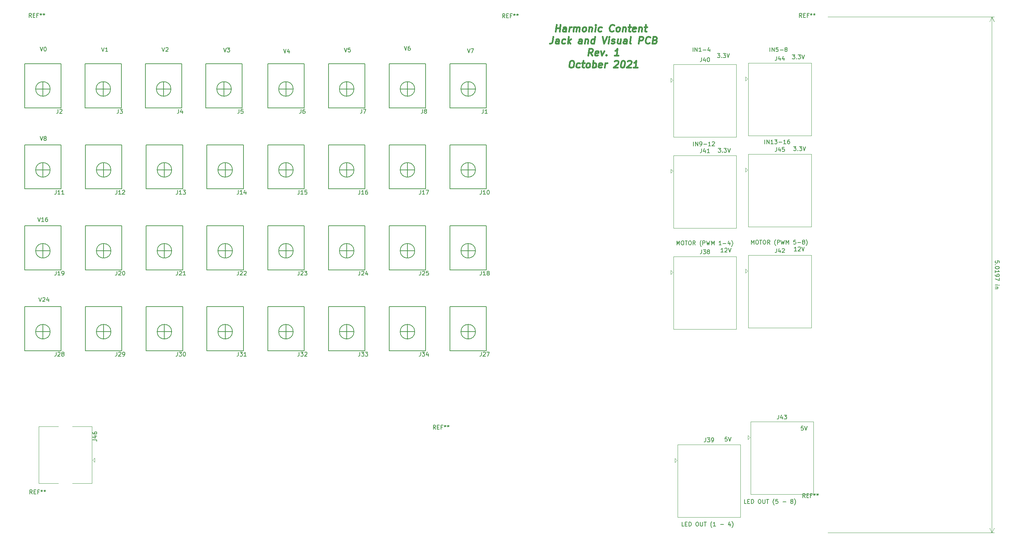
<source format=gto>
G04 #@! TF.GenerationSoftware,KiCad,Pcbnew,(5.1.4)-1*
G04 #@! TF.CreationDate,2021-11-01T00:46:01-04:00*
G04 #@! TF.ProjectId,jack_pcb,6a61636b-5f70-4636-922e-6b696361645f,rev?*
G04 #@! TF.SameCoordinates,Original*
G04 #@! TF.FileFunction,Legend,Top*
G04 #@! TF.FilePolarity,Positive*
%FSLAX46Y46*%
G04 Gerber Fmt 4.6, Leading zero omitted, Abs format (unit mm)*
G04 Created by KiCad (PCBNEW (5.1.4)-1) date 2021-11-01 00:46:01*
%MOMM*%
%LPD*%
G04 APERTURE LIST*
%ADD10C,0.425000*%
%ADD11C,0.150000*%
%ADD12C,0.120000*%
G04 APERTURE END LIST*
D10*
X175278117Y-36106547D02*
X175490617Y-34406547D01*
X175389427Y-35216071D02*
X176360855Y-35216071D01*
X176249546Y-36106547D02*
X176462046Y-34406547D01*
X177787641Y-36106547D02*
X177898950Y-35216071D01*
X177838236Y-35054166D01*
X177686450Y-34973214D01*
X177362641Y-34973214D01*
X177190617Y-35054166D01*
X177797760Y-36025595D02*
X177625736Y-36106547D01*
X177220974Y-36106547D01*
X177069188Y-36025595D01*
X177008474Y-35863690D01*
X177028712Y-35701785D01*
X177129903Y-35539880D01*
X177301927Y-35458928D01*
X177706688Y-35458928D01*
X177878712Y-35377976D01*
X178597165Y-36106547D02*
X178738831Y-34973214D01*
X178698355Y-35297023D02*
X178799546Y-35135119D01*
X178890617Y-35054166D01*
X179062641Y-34973214D01*
X179224546Y-34973214D01*
X179649546Y-36106547D02*
X179791212Y-34973214D01*
X179770974Y-35135119D02*
X179862046Y-35054166D01*
X180034069Y-34973214D01*
X180276927Y-34973214D01*
X180428712Y-35054166D01*
X180489427Y-35216071D01*
X180378117Y-36106547D01*
X180489427Y-35216071D02*
X180590617Y-35054166D01*
X180762641Y-34973214D01*
X181005498Y-34973214D01*
X181157284Y-35054166D01*
X181217998Y-35216071D01*
X181106688Y-36106547D01*
X182159069Y-36106547D02*
X182007284Y-36025595D01*
X181936450Y-35944642D01*
X181875736Y-35782738D01*
X181936450Y-35297023D01*
X182037641Y-35135119D01*
X182128712Y-35054166D01*
X182300736Y-34973214D01*
X182543593Y-34973214D01*
X182695379Y-35054166D01*
X182766212Y-35135119D01*
X182826927Y-35297023D01*
X182766212Y-35782738D01*
X182665022Y-35944642D01*
X182573950Y-36025595D01*
X182401927Y-36106547D01*
X182159069Y-36106547D01*
X183595974Y-34973214D02*
X183454308Y-36106547D01*
X183575736Y-35135119D02*
X183666808Y-35054166D01*
X183838831Y-34973214D01*
X184081688Y-34973214D01*
X184233474Y-35054166D01*
X184294188Y-35216071D01*
X184182879Y-36106547D01*
X184992403Y-36106547D02*
X185134069Y-34973214D01*
X185204903Y-34406547D02*
X185113831Y-34487500D01*
X185184665Y-34568452D01*
X185275736Y-34487500D01*
X185204903Y-34406547D01*
X185184665Y-34568452D01*
X186540617Y-36025595D02*
X186368593Y-36106547D01*
X186044784Y-36106547D01*
X185892998Y-36025595D01*
X185822165Y-35944642D01*
X185761450Y-35782738D01*
X185822165Y-35297023D01*
X185923355Y-35135119D01*
X186014427Y-35054166D01*
X186186450Y-34973214D01*
X186510260Y-34973214D01*
X186662046Y-35054166D01*
X189545974Y-35944642D02*
X189454903Y-36025595D01*
X189201927Y-36106547D01*
X189040022Y-36106547D01*
X188807284Y-36025595D01*
X188665617Y-35863690D01*
X188604903Y-35701785D01*
X188564427Y-35377976D01*
X188594784Y-35135119D01*
X188716212Y-34811309D01*
X188817403Y-34649404D01*
X188999546Y-34487500D01*
X189252522Y-34406547D01*
X189414427Y-34406547D01*
X189647165Y-34487500D01*
X189717998Y-34568452D01*
X190497165Y-36106547D02*
X190345379Y-36025595D01*
X190274546Y-35944642D01*
X190213831Y-35782738D01*
X190274546Y-35297023D01*
X190375736Y-35135119D01*
X190466808Y-35054166D01*
X190638831Y-34973214D01*
X190881688Y-34973214D01*
X191033474Y-35054166D01*
X191104308Y-35135119D01*
X191165022Y-35297023D01*
X191104308Y-35782738D01*
X191003117Y-35944642D01*
X190912046Y-36025595D01*
X190740022Y-36106547D01*
X190497165Y-36106547D01*
X191934069Y-34973214D02*
X191792403Y-36106547D01*
X191913831Y-35135119D02*
X192004903Y-35054166D01*
X192176927Y-34973214D01*
X192419784Y-34973214D01*
X192571569Y-35054166D01*
X192632284Y-35216071D01*
X192520974Y-36106547D01*
X193229308Y-34973214D02*
X193876927Y-34973214D01*
X193542998Y-34406547D02*
X193360855Y-35863690D01*
X193421569Y-36025595D01*
X193573355Y-36106547D01*
X193735260Y-36106547D01*
X194959665Y-36025595D02*
X194787641Y-36106547D01*
X194463831Y-36106547D01*
X194312046Y-36025595D01*
X194251331Y-35863690D01*
X194332284Y-35216071D01*
X194433474Y-35054166D01*
X194605498Y-34973214D01*
X194929308Y-34973214D01*
X195081093Y-35054166D01*
X195141808Y-35216071D01*
X195121569Y-35377976D01*
X194291808Y-35539880D01*
X195900736Y-34973214D02*
X195759069Y-36106547D01*
X195880498Y-35135119D02*
X195971569Y-35054166D01*
X196143593Y-34973214D01*
X196386450Y-34973214D01*
X196538236Y-35054166D01*
X196598950Y-35216071D01*
X196487641Y-36106547D01*
X197195974Y-34973214D02*
X197843593Y-34973214D01*
X197509665Y-34406547D02*
X197327522Y-35863690D01*
X197388236Y-36025595D01*
X197540022Y-36106547D01*
X197701927Y-36106547D01*
X174681093Y-37381547D02*
X174529308Y-38595833D01*
X174417998Y-38838690D01*
X174235855Y-39000595D01*
X173982879Y-39081547D01*
X173820974Y-39081547D01*
X176006688Y-39081547D02*
X176117998Y-38191071D01*
X176057284Y-38029166D01*
X175905498Y-37948214D01*
X175581688Y-37948214D01*
X175409665Y-38029166D01*
X176016808Y-39000595D02*
X175844784Y-39081547D01*
X175440022Y-39081547D01*
X175288236Y-39000595D01*
X175227522Y-38838690D01*
X175247760Y-38676785D01*
X175348950Y-38514880D01*
X175520974Y-38433928D01*
X175925736Y-38433928D01*
X176097760Y-38352976D01*
X177554903Y-39000595D02*
X177382879Y-39081547D01*
X177059069Y-39081547D01*
X176907284Y-39000595D01*
X176836450Y-38919642D01*
X176775736Y-38757738D01*
X176836450Y-38272023D01*
X176937641Y-38110119D01*
X177028712Y-38029166D01*
X177200736Y-37948214D01*
X177524546Y-37948214D01*
X177676331Y-38029166D01*
X178273355Y-39081547D02*
X178485855Y-37381547D01*
X178516212Y-38433928D02*
X178920974Y-39081547D01*
X179062641Y-37948214D02*
X178334069Y-38595833D01*
X181673355Y-39081547D02*
X181784665Y-38191071D01*
X181723950Y-38029166D01*
X181572165Y-37948214D01*
X181248355Y-37948214D01*
X181076331Y-38029166D01*
X181683474Y-39000595D02*
X181511450Y-39081547D01*
X181106688Y-39081547D01*
X180954903Y-39000595D01*
X180894188Y-38838690D01*
X180914427Y-38676785D01*
X181015617Y-38514880D01*
X181187641Y-38433928D01*
X181592403Y-38433928D01*
X181764427Y-38352976D01*
X182624546Y-37948214D02*
X182482879Y-39081547D01*
X182604308Y-38110119D02*
X182695379Y-38029166D01*
X182867403Y-37948214D01*
X183110260Y-37948214D01*
X183262046Y-38029166D01*
X183322760Y-38191071D01*
X183211450Y-39081547D01*
X184749546Y-39081547D02*
X184962046Y-37381547D01*
X184759665Y-39000595D02*
X184587641Y-39081547D01*
X184263831Y-39081547D01*
X184112046Y-39000595D01*
X184041212Y-38919642D01*
X183980498Y-38757738D01*
X184041212Y-38272023D01*
X184142403Y-38110119D01*
X184233474Y-38029166D01*
X184405498Y-37948214D01*
X184729308Y-37948214D01*
X184881093Y-38029166D01*
X186823950Y-37381547D02*
X187178117Y-39081547D01*
X187957284Y-37381547D01*
X188311450Y-39081547D02*
X188453117Y-37948214D01*
X188523950Y-37381547D02*
X188432879Y-37462500D01*
X188503712Y-37543452D01*
X188594784Y-37462500D01*
X188523950Y-37381547D01*
X188503712Y-37543452D01*
X189050141Y-39000595D02*
X189201927Y-39081547D01*
X189525736Y-39081547D01*
X189697760Y-39000595D01*
X189798950Y-38838690D01*
X189809069Y-38757738D01*
X189748355Y-38595833D01*
X189596569Y-38514880D01*
X189353712Y-38514880D01*
X189201927Y-38433928D01*
X189141212Y-38272023D01*
X189151331Y-38191071D01*
X189252522Y-38029166D01*
X189424546Y-37948214D01*
X189667403Y-37948214D01*
X189819188Y-38029166D01*
X191367403Y-37948214D02*
X191225736Y-39081547D01*
X190638831Y-37948214D02*
X190527522Y-38838690D01*
X190588236Y-39000595D01*
X190740022Y-39081547D01*
X190982879Y-39081547D01*
X191154903Y-39000595D01*
X191245974Y-38919642D01*
X192763831Y-39081547D02*
X192875141Y-38191071D01*
X192814427Y-38029166D01*
X192662641Y-37948214D01*
X192338831Y-37948214D01*
X192166808Y-38029166D01*
X192773950Y-39000595D02*
X192601927Y-39081547D01*
X192197165Y-39081547D01*
X192045379Y-39000595D01*
X191984665Y-38838690D01*
X192004903Y-38676785D01*
X192106093Y-38514880D01*
X192278117Y-38433928D01*
X192682879Y-38433928D01*
X192854903Y-38352976D01*
X193816212Y-39081547D02*
X193664427Y-39000595D01*
X193603712Y-38838690D01*
X193785855Y-37381547D01*
X195759069Y-39081547D02*
X195971569Y-37381547D01*
X196619188Y-37381547D01*
X196770974Y-37462500D01*
X196841808Y-37543452D01*
X196902522Y-37705357D01*
X196872165Y-37948214D01*
X196770974Y-38110119D01*
X196679903Y-38191071D01*
X196507879Y-38272023D01*
X195860260Y-38272023D01*
X198450736Y-38919642D02*
X198359665Y-39000595D01*
X198106688Y-39081547D01*
X197944784Y-39081547D01*
X197712046Y-39000595D01*
X197570379Y-38838690D01*
X197509665Y-38676785D01*
X197469188Y-38352976D01*
X197499546Y-38110119D01*
X197620974Y-37786309D01*
X197722165Y-37624404D01*
X197904308Y-37462500D01*
X198157284Y-37381547D01*
X198319188Y-37381547D01*
X198551927Y-37462500D01*
X198622760Y-37543452D01*
X199837046Y-38191071D02*
X200069784Y-38272023D01*
X200140617Y-38352976D01*
X200201331Y-38514880D01*
X200170974Y-38757738D01*
X200069784Y-38919642D01*
X199978712Y-39000595D01*
X199806688Y-39081547D01*
X199159069Y-39081547D01*
X199371569Y-37381547D01*
X199938236Y-37381547D01*
X200090022Y-37462500D01*
X200160855Y-37543452D01*
X200221569Y-37705357D01*
X200201331Y-37867261D01*
X200100141Y-38029166D01*
X200009069Y-38110119D01*
X199837046Y-38191071D01*
X199270379Y-38191071D01*
X184304308Y-42056547D02*
X183838831Y-41247023D01*
X183332879Y-42056547D02*
X183545379Y-40356547D01*
X184192998Y-40356547D01*
X184344784Y-40437500D01*
X184415617Y-40518452D01*
X184476331Y-40680357D01*
X184445974Y-40923214D01*
X184344784Y-41085119D01*
X184253712Y-41166071D01*
X184081688Y-41247023D01*
X183434069Y-41247023D01*
X185690617Y-41975595D02*
X185518593Y-42056547D01*
X185194784Y-42056547D01*
X185042998Y-41975595D01*
X184982284Y-41813690D01*
X185063236Y-41166071D01*
X185164427Y-41004166D01*
X185336450Y-40923214D01*
X185660260Y-40923214D01*
X185812046Y-41004166D01*
X185872760Y-41166071D01*
X185852522Y-41327976D01*
X185022760Y-41489880D01*
X186469784Y-40923214D02*
X186732879Y-42056547D01*
X187279308Y-40923214D01*
X187805498Y-41894642D02*
X187876331Y-41975595D01*
X187785260Y-42056547D01*
X187714427Y-41975595D01*
X187805498Y-41894642D01*
X187785260Y-42056547D01*
X190780498Y-42056547D02*
X189809069Y-42056547D01*
X190294784Y-42056547D02*
X190507284Y-40356547D01*
X190315022Y-40599404D01*
X190132879Y-40761309D01*
X189960855Y-40842261D01*
X179173950Y-43331547D02*
X179497760Y-43331547D01*
X179649546Y-43412500D01*
X179791212Y-43574404D01*
X179831688Y-43898214D01*
X179760855Y-44464880D01*
X179639427Y-44788690D01*
X179457284Y-44950595D01*
X179285260Y-45031547D01*
X178961450Y-45031547D01*
X178809665Y-44950595D01*
X178667998Y-44788690D01*
X178627522Y-44464880D01*
X178698355Y-43898214D01*
X178819784Y-43574404D01*
X179001927Y-43412500D01*
X179173950Y-43331547D01*
X181157284Y-44950595D02*
X180985260Y-45031547D01*
X180661450Y-45031547D01*
X180509665Y-44950595D01*
X180438831Y-44869642D01*
X180378117Y-44707738D01*
X180438831Y-44222023D01*
X180540022Y-44060119D01*
X180631093Y-43979166D01*
X180803117Y-43898214D01*
X181126927Y-43898214D01*
X181278712Y-43979166D01*
X181774546Y-43898214D02*
X182422165Y-43898214D01*
X182088236Y-43331547D02*
X181906093Y-44788690D01*
X181966808Y-44950595D01*
X182118593Y-45031547D01*
X182280498Y-45031547D01*
X183090022Y-45031547D02*
X182938236Y-44950595D01*
X182867403Y-44869642D01*
X182806688Y-44707738D01*
X182867403Y-44222023D01*
X182968593Y-44060119D01*
X183059665Y-43979166D01*
X183231688Y-43898214D01*
X183474546Y-43898214D01*
X183626331Y-43979166D01*
X183697165Y-44060119D01*
X183757879Y-44222023D01*
X183697165Y-44707738D01*
X183595974Y-44869642D01*
X183504903Y-44950595D01*
X183332879Y-45031547D01*
X183090022Y-45031547D01*
X184385260Y-45031547D02*
X184597760Y-43331547D01*
X184516808Y-43979166D02*
X184688831Y-43898214D01*
X185012641Y-43898214D01*
X185164427Y-43979166D01*
X185235260Y-44060119D01*
X185295974Y-44222023D01*
X185235260Y-44707738D01*
X185134069Y-44869642D01*
X185042998Y-44950595D01*
X184870974Y-45031547D01*
X184547165Y-45031547D01*
X184395379Y-44950595D01*
X186581093Y-44950595D02*
X186409069Y-45031547D01*
X186085260Y-45031547D01*
X185933474Y-44950595D01*
X185872760Y-44788690D01*
X185953712Y-44141071D01*
X186054903Y-43979166D01*
X186226927Y-43898214D01*
X186550736Y-43898214D01*
X186702522Y-43979166D01*
X186763236Y-44141071D01*
X186742998Y-44302976D01*
X185913236Y-44464880D01*
X187380498Y-45031547D02*
X187522165Y-43898214D01*
X187481688Y-44222023D02*
X187582879Y-44060119D01*
X187673950Y-43979166D01*
X187845974Y-43898214D01*
X188007879Y-43898214D01*
X189839427Y-43493452D02*
X189930498Y-43412500D01*
X190102522Y-43331547D01*
X190507284Y-43331547D01*
X190659069Y-43412500D01*
X190729903Y-43493452D01*
X190790617Y-43655357D01*
X190770379Y-43817261D01*
X190659069Y-44060119D01*
X189566212Y-45031547D01*
X190618593Y-45031547D01*
X191883474Y-43331547D02*
X192045379Y-43331547D01*
X192197165Y-43412500D01*
X192267998Y-43493452D01*
X192328712Y-43655357D01*
X192369188Y-43979166D01*
X192318593Y-44383928D01*
X192197165Y-44707738D01*
X192095974Y-44869642D01*
X192004903Y-44950595D01*
X191832879Y-45031547D01*
X191670974Y-45031547D01*
X191519188Y-44950595D01*
X191448355Y-44869642D01*
X191387641Y-44707738D01*
X191347165Y-44383928D01*
X191397760Y-43979166D01*
X191519188Y-43655357D01*
X191620379Y-43493452D01*
X191711450Y-43412500D01*
X191883474Y-43331547D01*
X193077522Y-43493452D02*
X193168593Y-43412500D01*
X193340617Y-43331547D01*
X193745379Y-43331547D01*
X193897165Y-43412500D01*
X193967998Y-43493452D01*
X194028712Y-43655357D01*
X194008474Y-43817261D01*
X193897165Y-44060119D01*
X192804308Y-45031547D01*
X193856688Y-45031547D01*
X195475736Y-45031547D02*
X194504308Y-45031547D01*
X194990022Y-45031547D02*
X195202522Y-43331547D01*
X195010260Y-43574404D01*
X194828117Y-43736309D01*
X194656093Y-43817261D01*
D11*
X47714285Y-101852380D02*
X48047619Y-102852380D01*
X48380952Y-101852380D01*
X48666666Y-101947619D02*
X48714285Y-101900000D01*
X48809523Y-101852380D01*
X49047619Y-101852380D01*
X49142857Y-101900000D01*
X49190476Y-101947619D01*
X49238095Y-102042857D01*
X49238095Y-102138095D01*
X49190476Y-102280952D01*
X48619047Y-102852380D01*
X49238095Y-102852380D01*
X50095238Y-102185714D02*
X50095238Y-102852380D01*
X49857142Y-101804761D02*
X49619047Y-102519047D01*
X50238095Y-102519047D01*
X47414285Y-82052380D02*
X47747619Y-83052380D01*
X48080952Y-82052380D01*
X48938095Y-83052380D02*
X48366666Y-83052380D01*
X48652380Y-83052380D02*
X48652380Y-82052380D01*
X48557142Y-82195238D01*
X48461904Y-82290476D01*
X48366666Y-82338095D01*
X49795238Y-82052380D02*
X49604761Y-82052380D01*
X49509523Y-82100000D01*
X49461904Y-82147619D01*
X49366666Y-82290476D01*
X49319047Y-82480952D01*
X49319047Y-82861904D01*
X49366666Y-82957142D01*
X49414285Y-83004761D01*
X49509523Y-83052380D01*
X49700000Y-83052380D01*
X49795238Y-83004761D01*
X49842857Y-82957142D01*
X49890476Y-82861904D01*
X49890476Y-82623809D01*
X49842857Y-82528571D01*
X49795238Y-82480952D01*
X49700000Y-82433333D01*
X49509523Y-82433333D01*
X49414285Y-82480952D01*
X49366666Y-82528571D01*
X49319047Y-82623809D01*
X47990476Y-62052380D02*
X48323809Y-63052380D01*
X48657142Y-62052380D01*
X49133333Y-62480952D02*
X49038095Y-62433333D01*
X48990476Y-62385714D01*
X48942857Y-62290476D01*
X48942857Y-62242857D01*
X48990476Y-62147619D01*
X49038095Y-62100000D01*
X49133333Y-62052380D01*
X49323809Y-62052380D01*
X49419047Y-62100000D01*
X49466666Y-62147619D01*
X49514285Y-62242857D01*
X49514285Y-62290476D01*
X49466666Y-62385714D01*
X49419047Y-62433333D01*
X49323809Y-62480952D01*
X49133333Y-62480952D01*
X49038095Y-62528571D01*
X48990476Y-62576190D01*
X48942857Y-62671428D01*
X48942857Y-62861904D01*
X48990476Y-62957142D01*
X49038095Y-63004761D01*
X49133333Y-63052380D01*
X49323809Y-63052380D01*
X49419047Y-63004761D01*
X49466666Y-62957142D01*
X49514285Y-62861904D01*
X49514285Y-62671428D01*
X49466666Y-62576190D01*
X49419047Y-62528571D01*
X49323809Y-62480952D01*
X234023809Y-64552380D02*
X234642857Y-64552380D01*
X234309523Y-64933333D01*
X234452380Y-64933333D01*
X234547619Y-64980952D01*
X234595238Y-65028571D01*
X234642857Y-65123809D01*
X234642857Y-65361904D01*
X234595238Y-65457142D01*
X234547619Y-65504761D01*
X234452380Y-65552380D01*
X234166666Y-65552380D01*
X234071428Y-65504761D01*
X234023809Y-65457142D01*
X235071428Y-65457142D02*
X235119047Y-65504761D01*
X235071428Y-65552380D01*
X235023809Y-65504761D01*
X235071428Y-65457142D01*
X235071428Y-65552380D01*
X235452380Y-64552380D02*
X236071428Y-64552380D01*
X235738095Y-64933333D01*
X235880952Y-64933333D01*
X235976190Y-64980952D01*
X236023809Y-65028571D01*
X236071428Y-65123809D01*
X236071428Y-65361904D01*
X236023809Y-65457142D01*
X235976190Y-65504761D01*
X235880952Y-65552380D01*
X235595238Y-65552380D01*
X235500000Y-65504761D01*
X235452380Y-65457142D01*
X236357142Y-64552380D02*
X236690476Y-65552380D01*
X237023809Y-64552380D01*
X215423809Y-64952380D02*
X216042857Y-64952380D01*
X215709523Y-65333333D01*
X215852380Y-65333333D01*
X215947619Y-65380952D01*
X215995238Y-65428571D01*
X216042857Y-65523809D01*
X216042857Y-65761904D01*
X215995238Y-65857142D01*
X215947619Y-65904761D01*
X215852380Y-65952380D01*
X215566666Y-65952380D01*
X215471428Y-65904761D01*
X215423809Y-65857142D01*
X216471428Y-65857142D02*
X216519047Y-65904761D01*
X216471428Y-65952380D01*
X216423809Y-65904761D01*
X216471428Y-65857142D01*
X216471428Y-65952380D01*
X216852380Y-64952380D02*
X217471428Y-64952380D01*
X217138095Y-65333333D01*
X217280952Y-65333333D01*
X217376190Y-65380952D01*
X217423809Y-65428571D01*
X217471428Y-65523809D01*
X217471428Y-65761904D01*
X217423809Y-65857142D01*
X217376190Y-65904761D01*
X217280952Y-65952380D01*
X216995238Y-65952380D01*
X216900000Y-65904761D01*
X216852380Y-65857142D01*
X217757142Y-64952380D02*
X218090476Y-65952380D01*
X218423809Y-64952380D01*
X215223809Y-41552380D02*
X215842857Y-41552380D01*
X215509523Y-41933333D01*
X215652380Y-41933333D01*
X215747619Y-41980952D01*
X215795238Y-42028571D01*
X215842857Y-42123809D01*
X215842857Y-42361904D01*
X215795238Y-42457142D01*
X215747619Y-42504761D01*
X215652380Y-42552380D01*
X215366666Y-42552380D01*
X215271428Y-42504761D01*
X215223809Y-42457142D01*
X216271428Y-42457142D02*
X216319047Y-42504761D01*
X216271428Y-42552380D01*
X216223809Y-42504761D01*
X216271428Y-42457142D01*
X216271428Y-42552380D01*
X216652380Y-41552380D02*
X217271428Y-41552380D01*
X216938095Y-41933333D01*
X217080952Y-41933333D01*
X217176190Y-41980952D01*
X217223809Y-42028571D01*
X217271428Y-42123809D01*
X217271428Y-42361904D01*
X217223809Y-42457142D01*
X217176190Y-42504761D01*
X217080952Y-42552380D01*
X216795238Y-42552380D01*
X216700000Y-42504761D01*
X216652380Y-42457142D01*
X217557142Y-41552380D02*
X217890476Y-42552380D01*
X218223809Y-41552380D01*
X233723809Y-41852380D02*
X234342857Y-41852380D01*
X234009523Y-42233333D01*
X234152380Y-42233333D01*
X234247619Y-42280952D01*
X234295238Y-42328571D01*
X234342857Y-42423809D01*
X234342857Y-42661904D01*
X234295238Y-42757142D01*
X234247619Y-42804761D01*
X234152380Y-42852380D01*
X233866666Y-42852380D01*
X233771428Y-42804761D01*
X233723809Y-42757142D01*
X234771428Y-42757142D02*
X234819047Y-42804761D01*
X234771428Y-42852380D01*
X234723809Y-42804761D01*
X234771428Y-42757142D01*
X234771428Y-42852380D01*
X235152380Y-41852380D02*
X235771428Y-41852380D01*
X235438095Y-42233333D01*
X235580952Y-42233333D01*
X235676190Y-42280952D01*
X235723809Y-42328571D01*
X235771428Y-42423809D01*
X235771428Y-42661904D01*
X235723809Y-42757142D01*
X235676190Y-42804761D01*
X235580952Y-42852380D01*
X235295238Y-42852380D01*
X235200000Y-42804761D01*
X235152380Y-42757142D01*
X236057142Y-41852380D02*
X236390476Y-42852380D01*
X236723809Y-41852380D01*
X217609523Y-136352380D02*
X217133333Y-136352380D01*
X217085714Y-136828571D01*
X217133333Y-136780952D01*
X217228571Y-136733333D01*
X217466666Y-136733333D01*
X217561904Y-136780952D01*
X217609523Y-136828571D01*
X217657142Y-136923809D01*
X217657142Y-137161904D01*
X217609523Y-137257142D01*
X217561904Y-137304761D01*
X217466666Y-137352380D01*
X217228571Y-137352380D01*
X217133333Y-137304761D01*
X217085714Y-137257142D01*
X217942857Y-136352380D02*
X218276190Y-137352380D01*
X218609523Y-136352380D01*
X236409523Y-133652380D02*
X235933333Y-133652380D01*
X235885714Y-134128571D01*
X235933333Y-134080952D01*
X236028571Y-134033333D01*
X236266666Y-134033333D01*
X236361904Y-134080952D01*
X236409523Y-134128571D01*
X236457142Y-134223809D01*
X236457142Y-134461904D01*
X236409523Y-134557142D01*
X236361904Y-134604761D01*
X236266666Y-134652380D01*
X236028571Y-134652380D01*
X235933333Y-134604761D01*
X235885714Y-134557142D01*
X236742857Y-133652380D02*
X237076190Y-134652380D01*
X237409523Y-133652380D01*
X234780952Y-90352380D02*
X234209523Y-90352380D01*
X234495238Y-90352380D02*
X234495238Y-89352380D01*
X234400000Y-89495238D01*
X234304761Y-89590476D01*
X234209523Y-89638095D01*
X235161904Y-89447619D02*
X235209523Y-89400000D01*
X235304761Y-89352380D01*
X235542857Y-89352380D01*
X235638095Y-89400000D01*
X235685714Y-89447619D01*
X235733333Y-89542857D01*
X235733333Y-89638095D01*
X235685714Y-89780952D01*
X235114285Y-90352380D01*
X235733333Y-90352380D01*
X236019047Y-89352380D02*
X236352380Y-90352380D01*
X236685714Y-89352380D01*
X216680952Y-90652380D02*
X216109523Y-90652380D01*
X216395238Y-90652380D02*
X216395238Y-89652380D01*
X216300000Y-89795238D01*
X216204761Y-89890476D01*
X216109523Y-89938095D01*
X217061904Y-89747619D02*
X217109523Y-89700000D01*
X217204761Y-89652380D01*
X217442857Y-89652380D01*
X217538095Y-89700000D01*
X217585714Y-89747619D01*
X217633333Y-89842857D01*
X217633333Y-89938095D01*
X217585714Y-90080952D01*
X217014285Y-90652380D01*
X217633333Y-90652380D01*
X217919047Y-89652380D02*
X218252380Y-90652380D01*
X218585714Y-89652380D01*
X222366666Y-152752380D02*
X221890476Y-152752380D01*
X221890476Y-151752380D01*
X222700000Y-152228571D02*
X223033333Y-152228571D01*
X223176190Y-152752380D02*
X222700000Y-152752380D01*
X222700000Y-151752380D01*
X223176190Y-151752380D01*
X223604761Y-152752380D02*
X223604761Y-151752380D01*
X223842857Y-151752380D01*
X223985714Y-151800000D01*
X224080952Y-151895238D01*
X224128571Y-151990476D01*
X224176190Y-152180952D01*
X224176190Y-152323809D01*
X224128571Y-152514285D01*
X224080952Y-152609523D01*
X223985714Y-152704761D01*
X223842857Y-152752380D01*
X223604761Y-152752380D01*
X225557142Y-151752380D02*
X225747619Y-151752380D01*
X225842857Y-151800000D01*
X225938095Y-151895238D01*
X225985714Y-152085714D01*
X225985714Y-152419047D01*
X225938095Y-152609523D01*
X225842857Y-152704761D01*
X225747619Y-152752380D01*
X225557142Y-152752380D01*
X225461904Y-152704761D01*
X225366666Y-152609523D01*
X225319047Y-152419047D01*
X225319047Y-152085714D01*
X225366666Y-151895238D01*
X225461904Y-151800000D01*
X225557142Y-151752380D01*
X226414285Y-151752380D02*
X226414285Y-152561904D01*
X226461904Y-152657142D01*
X226509523Y-152704761D01*
X226604761Y-152752380D01*
X226795238Y-152752380D01*
X226890476Y-152704761D01*
X226938095Y-152657142D01*
X226985714Y-152561904D01*
X226985714Y-151752380D01*
X227319047Y-151752380D02*
X227890476Y-151752380D01*
X227604761Y-152752380D02*
X227604761Y-151752380D01*
X229271428Y-153133333D02*
X229223809Y-153085714D01*
X229128571Y-152942857D01*
X229080952Y-152847619D01*
X229033333Y-152704761D01*
X228985714Y-152466666D01*
X228985714Y-152276190D01*
X229033333Y-152038095D01*
X229080952Y-151895238D01*
X229128571Y-151800000D01*
X229223809Y-151657142D01*
X229271428Y-151609523D01*
X230128571Y-151752380D02*
X229652380Y-151752380D01*
X229604761Y-152228571D01*
X229652380Y-152180952D01*
X229747619Y-152133333D01*
X229985714Y-152133333D01*
X230080952Y-152180952D01*
X230128571Y-152228571D01*
X230176190Y-152323809D01*
X230176190Y-152561904D01*
X230128571Y-152657142D01*
X230080952Y-152704761D01*
X229985714Y-152752380D01*
X229747619Y-152752380D01*
X229652380Y-152704761D01*
X229604761Y-152657142D01*
X231366666Y-152371428D02*
X232128571Y-152371428D01*
X233509523Y-152180952D02*
X233414285Y-152133333D01*
X233366666Y-152085714D01*
X233319047Y-151990476D01*
X233319047Y-151942857D01*
X233366666Y-151847619D01*
X233414285Y-151800000D01*
X233509523Y-151752380D01*
X233700000Y-151752380D01*
X233795238Y-151800000D01*
X233842857Y-151847619D01*
X233890476Y-151942857D01*
X233890476Y-151990476D01*
X233842857Y-152085714D01*
X233795238Y-152133333D01*
X233700000Y-152180952D01*
X233509523Y-152180952D01*
X233414285Y-152228571D01*
X233366666Y-152276190D01*
X233319047Y-152371428D01*
X233319047Y-152561904D01*
X233366666Y-152657142D01*
X233414285Y-152704761D01*
X233509523Y-152752380D01*
X233700000Y-152752380D01*
X233795238Y-152704761D01*
X233842857Y-152657142D01*
X233890476Y-152561904D01*
X233890476Y-152371428D01*
X233842857Y-152276190D01*
X233795238Y-152228571D01*
X233700000Y-152180952D01*
X234223809Y-153133333D02*
X234271428Y-153085714D01*
X234366666Y-152942857D01*
X234414285Y-152847619D01*
X234461904Y-152704761D01*
X234509523Y-152466666D01*
X234509523Y-152276190D01*
X234461904Y-152038095D01*
X234414285Y-151895238D01*
X234366666Y-151800000D01*
X234271428Y-151657142D01*
X234223809Y-151609523D01*
X206966666Y-158352380D02*
X206490476Y-158352380D01*
X206490476Y-157352380D01*
X207300000Y-157828571D02*
X207633333Y-157828571D01*
X207776190Y-158352380D02*
X207300000Y-158352380D01*
X207300000Y-157352380D01*
X207776190Y-157352380D01*
X208204761Y-158352380D02*
X208204761Y-157352380D01*
X208442857Y-157352380D01*
X208585714Y-157400000D01*
X208680952Y-157495238D01*
X208728571Y-157590476D01*
X208776190Y-157780952D01*
X208776190Y-157923809D01*
X208728571Y-158114285D01*
X208680952Y-158209523D01*
X208585714Y-158304761D01*
X208442857Y-158352380D01*
X208204761Y-158352380D01*
X210157142Y-157352380D02*
X210347619Y-157352380D01*
X210442857Y-157400000D01*
X210538095Y-157495238D01*
X210585714Y-157685714D01*
X210585714Y-158019047D01*
X210538095Y-158209523D01*
X210442857Y-158304761D01*
X210347619Y-158352380D01*
X210157142Y-158352380D01*
X210061904Y-158304761D01*
X209966666Y-158209523D01*
X209919047Y-158019047D01*
X209919047Y-157685714D01*
X209966666Y-157495238D01*
X210061904Y-157400000D01*
X210157142Y-157352380D01*
X211014285Y-157352380D02*
X211014285Y-158161904D01*
X211061904Y-158257142D01*
X211109523Y-158304761D01*
X211204761Y-158352380D01*
X211395238Y-158352380D01*
X211490476Y-158304761D01*
X211538095Y-158257142D01*
X211585714Y-158161904D01*
X211585714Y-157352380D01*
X211919047Y-157352380D02*
X212490476Y-157352380D01*
X212204761Y-158352380D02*
X212204761Y-157352380D01*
X213871428Y-158733333D02*
X213823809Y-158685714D01*
X213728571Y-158542857D01*
X213680952Y-158447619D01*
X213633333Y-158304761D01*
X213585714Y-158066666D01*
X213585714Y-157876190D01*
X213633333Y-157638095D01*
X213680952Y-157495238D01*
X213728571Y-157400000D01*
X213823809Y-157257142D01*
X213871428Y-157209523D01*
X214776190Y-158352380D02*
X214204761Y-158352380D01*
X214490476Y-158352380D02*
X214490476Y-157352380D01*
X214395238Y-157495238D01*
X214300000Y-157590476D01*
X214204761Y-157638095D01*
X215966666Y-157971428D02*
X216728571Y-157971428D01*
X218395238Y-157685714D02*
X218395238Y-158352380D01*
X218157142Y-157304761D02*
X217919047Y-158019047D01*
X218538095Y-158019047D01*
X218823809Y-158733333D02*
X218871428Y-158685714D01*
X218966666Y-158542857D01*
X219014285Y-158447619D01*
X219061904Y-158304761D01*
X219109523Y-158066666D01*
X219109523Y-157876190D01*
X219061904Y-157638095D01*
X219014285Y-157495238D01*
X218966666Y-157400000D01*
X218871428Y-157257142D01*
X218823809Y-157209523D01*
X223595238Y-88652380D02*
X223595238Y-87652380D01*
X223928571Y-88366666D01*
X224261904Y-87652380D01*
X224261904Y-88652380D01*
X224928571Y-87652380D02*
X225119047Y-87652380D01*
X225214285Y-87700000D01*
X225309523Y-87795238D01*
X225357142Y-87985714D01*
X225357142Y-88319047D01*
X225309523Y-88509523D01*
X225214285Y-88604761D01*
X225119047Y-88652380D01*
X224928571Y-88652380D01*
X224833333Y-88604761D01*
X224738095Y-88509523D01*
X224690476Y-88319047D01*
X224690476Y-87985714D01*
X224738095Y-87795238D01*
X224833333Y-87700000D01*
X224928571Y-87652380D01*
X225642857Y-87652380D02*
X226214285Y-87652380D01*
X225928571Y-88652380D02*
X225928571Y-87652380D01*
X226738095Y-87652380D02*
X226928571Y-87652380D01*
X227023809Y-87700000D01*
X227119047Y-87795238D01*
X227166666Y-87985714D01*
X227166666Y-88319047D01*
X227119047Y-88509523D01*
X227023809Y-88604761D01*
X226928571Y-88652380D01*
X226738095Y-88652380D01*
X226642857Y-88604761D01*
X226547619Y-88509523D01*
X226500000Y-88319047D01*
X226500000Y-87985714D01*
X226547619Y-87795238D01*
X226642857Y-87700000D01*
X226738095Y-87652380D01*
X228166666Y-88652380D02*
X227833333Y-88176190D01*
X227595238Y-88652380D02*
X227595238Y-87652380D01*
X227976190Y-87652380D01*
X228071428Y-87700000D01*
X228119047Y-87747619D01*
X228166666Y-87842857D01*
X228166666Y-87985714D01*
X228119047Y-88080952D01*
X228071428Y-88128571D01*
X227976190Y-88176190D01*
X227595238Y-88176190D01*
X229642857Y-89033333D02*
X229595238Y-88985714D01*
X229500000Y-88842857D01*
X229452380Y-88747619D01*
X229404761Y-88604761D01*
X229357142Y-88366666D01*
X229357142Y-88176190D01*
X229404761Y-87938095D01*
X229452380Y-87795238D01*
X229500000Y-87700000D01*
X229595238Y-87557142D01*
X229642857Y-87509523D01*
X230023809Y-88652380D02*
X230023809Y-87652380D01*
X230404761Y-87652380D01*
X230500000Y-87700000D01*
X230547619Y-87747619D01*
X230595238Y-87842857D01*
X230595238Y-87985714D01*
X230547619Y-88080952D01*
X230500000Y-88128571D01*
X230404761Y-88176190D01*
X230023809Y-88176190D01*
X230928571Y-87652380D02*
X231166666Y-88652380D01*
X231357142Y-87938095D01*
X231547619Y-88652380D01*
X231785714Y-87652380D01*
X232166666Y-88652380D02*
X232166666Y-87652380D01*
X232500000Y-88366666D01*
X232833333Y-87652380D01*
X232833333Y-88652380D01*
X234547619Y-87652380D02*
X234071428Y-87652380D01*
X234023809Y-88128571D01*
X234071428Y-88080952D01*
X234166666Y-88033333D01*
X234404761Y-88033333D01*
X234500000Y-88080952D01*
X234547619Y-88128571D01*
X234595238Y-88223809D01*
X234595238Y-88461904D01*
X234547619Y-88557142D01*
X234500000Y-88604761D01*
X234404761Y-88652380D01*
X234166666Y-88652380D01*
X234071428Y-88604761D01*
X234023809Y-88557142D01*
X235023809Y-88271428D02*
X235785714Y-88271428D01*
X236404761Y-88080952D02*
X236309523Y-88033333D01*
X236261904Y-87985714D01*
X236214285Y-87890476D01*
X236214285Y-87842857D01*
X236261904Y-87747619D01*
X236309523Y-87700000D01*
X236404761Y-87652380D01*
X236595238Y-87652380D01*
X236690476Y-87700000D01*
X236738095Y-87747619D01*
X236785714Y-87842857D01*
X236785714Y-87890476D01*
X236738095Y-87985714D01*
X236690476Y-88033333D01*
X236595238Y-88080952D01*
X236404761Y-88080952D01*
X236309523Y-88128571D01*
X236261904Y-88176190D01*
X236214285Y-88271428D01*
X236214285Y-88461904D01*
X236261904Y-88557142D01*
X236309523Y-88604761D01*
X236404761Y-88652380D01*
X236595238Y-88652380D01*
X236690476Y-88604761D01*
X236738095Y-88557142D01*
X236785714Y-88461904D01*
X236785714Y-88271428D01*
X236738095Y-88176190D01*
X236690476Y-88128571D01*
X236595238Y-88080952D01*
X237119047Y-89033333D02*
X237166666Y-88985714D01*
X237261904Y-88842857D01*
X237309523Y-88747619D01*
X237357142Y-88604761D01*
X237404761Y-88366666D01*
X237404761Y-88176190D01*
X237357142Y-87938095D01*
X237309523Y-87795238D01*
X237261904Y-87700000D01*
X237166666Y-87557142D01*
X237119047Y-87509523D01*
X205195238Y-88852380D02*
X205195238Y-87852380D01*
X205528571Y-88566666D01*
X205861904Y-87852380D01*
X205861904Y-88852380D01*
X206528571Y-87852380D02*
X206719047Y-87852380D01*
X206814285Y-87900000D01*
X206909523Y-87995238D01*
X206957142Y-88185714D01*
X206957142Y-88519047D01*
X206909523Y-88709523D01*
X206814285Y-88804761D01*
X206719047Y-88852380D01*
X206528571Y-88852380D01*
X206433333Y-88804761D01*
X206338095Y-88709523D01*
X206290476Y-88519047D01*
X206290476Y-88185714D01*
X206338095Y-87995238D01*
X206433333Y-87900000D01*
X206528571Y-87852380D01*
X207242857Y-87852380D02*
X207814285Y-87852380D01*
X207528571Y-88852380D02*
X207528571Y-87852380D01*
X208338095Y-87852380D02*
X208528571Y-87852380D01*
X208623809Y-87900000D01*
X208719047Y-87995238D01*
X208766666Y-88185714D01*
X208766666Y-88519047D01*
X208719047Y-88709523D01*
X208623809Y-88804761D01*
X208528571Y-88852380D01*
X208338095Y-88852380D01*
X208242857Y-88804761D01*
X208147619Y-88709523D01*
X208100000Y-88519047D01*
X208100000Y-88185714D01*
X208147619Y-87995238D01*
X208242857Y-87900000D01*
X208338095Y-87852380D01*
X209766666Y-88852380D02*
X209433333Y-88376190D01*
X209195238Y-88852380D02*
X209195238Y-87852380D01*
X209576190Y-87852380D01*
X209671428Y-87900000D01*
X209719047Y-87947619D01*
X209766666Y-88042857D01*
X209766666Y-88185714D01*
X209719047Y-88280952D01*
X209671428Y-88328571D01*
X209576190Y-88376190D01*
X209195238Y-88376190D01*
X211242857Y-89233333D02*
X211195238Y-89185714D01*
X211100000Y-89042857D01*
X211052380Y-88947619D01*
X211004761Y-88804761D01*
X210957142Y-88566666D01*
X210957142Y-88376190D01*
X211004761Y-88138095D01*
X211052380Y-87995238D01*
X211100000Y-87900000D01*
X211195238Y-87757142D01*
X211242857Y-87709523D01*
X211623809Y-88852380D02*
X211623809Y-87852380D01*
X212004761Y-87852380D01*
X212100000Y-87900000D01*
X212147619Y-87947619D01*
X212195238Y-88042857D01*
X212195238Y-88185714D01*
X212147619Y-88280952D01*
X212100000Y-88328571D01*
X212004761Y-88376190D01*
X211623809Y-88376190D01*
X212528571Y-87852380D02*
X212766666Y-88852380D01*
X212957142Y-88138095D01*
X213147619Y-88852380D01*
X213385714Y-87852380D01*
X213766666Y-88852380D02*
X213766666Y-87852380D01*
X214100000Y-88566666D01*
X214433333Y-87852380D01*
X214433333Y-88852380D01*
X216195238Y-88852380D02*
X215623809Y-88852380D01*
X215909523Y-88852380D02*
X215909523Y-87852380D01*
X215814285Y-87995238D01*
X215719047Y-88090476D01*
X215623809Y-88138095D01*
X216623809Y-88471428D02*
X217385714Y-88471428D01*
X218290476Y-88185714D02*
X218290476Y-88852380D01*
X218052380Y-87804761D02*
X217814285Y-88519047D01*
X218433333Y-88519047D01*
X218719047Y-89233333D02*
X218766666Y-89185714D01*
X218861904Y-89042857D01*
X218909523Y-88947619D01*
X218957142Y-88804761D01*
X219004761Y-88566666D01*
X219004761Y-88376190D01*
X218957142Y-88138095D01*
X218909523Y-87995238D01*
X218861904Y-87900000D01*
X218766666Y-87757142D01*
X218719047Y-87709523D01*
X226952380Y-63852380D02*
X226952380Y-62852380D01*
X227428571Y-63852380D02*
X227428571Y-62852380D01*
X228000000Y-63852380D01*
X228000000Y-62852380D01*
X229000000Y-63852380D02*
X228428571Y-63852380D01*
X228714285Y-63852380D02*
X228714285Y-62852380D01*
X228619047Y-62995238D01*
X228523809Y-63090476D01*
X228428571Y-63138095D01*
X229333333Y-62852380D02*
X229952380Y-62852380D01*
X229619047Y-63233333D01*
X229761904Y-63233333D01*
X229857142Y-63280952D01*
X229904761Y-63328571D01*
X229952380Y-63423809D01*
X229952380Y-63661904D01*
X229904761Y-63757142D01*
X229857142Y-63804761D01*
X229761904Y-63852380D01*
X229476190Y-63852380D01*
X229380952Y-63804761D01*
X229333333Y-63757142D01*
X230380952Y-63471428D02*
X231142857Y-63471428D01*
X232142857Y-63852380D02*
X231571428Y-63852380D01*
X231857142Y-63852380D02*
X231857142Y-62852380D01*
X231761904Y-62995238D01*
X231666666Y-63090476D01*
X231571428Y-63138095D01*
X233000000Y-62852380D02*
X232809523Y-62852380D01*
X232714285Y-62900000D01*
X232666666Y-62947619D01*
X232571428Y-63090476D01*
X232523809Y-63280952D01*
X232523809Y-63661904D01*
X232571428Y-63757142D01*
X232619047Y-63804761D01*
X232714285Y-63852380D01*
X232904761Y-63852380D01*
X233000000Y-63804761D01*
X233047619Y-63757142D01*
X233095238Y-63661904D01*
X233095238Y-63423809D01*
X233047619Y-63328571D01*
X233000000Y-63280952D01*
X232904761Y-63233333D01*
X232714285Y-63233333D01*
X232619047Y-63280952D01*
X232571428Y-63328571D01*
X232523809Y-63423809D01*
X209328571Y-64352380D02*
X209328571Y-63352380D01*
X209804761Y-64352380D02*
X209804761Y-63352380D01*
X210376190Y-64352380D01*
X210376190Y-63352380D01*
X210900000Y-64352380D02*
X211090476Y-64352380D01*
X211185714Y-64304761D01*
X211233333Y-64257142D01*
X211328571Y-64114285D01*
X211376190Y-63923809D01*
X211376190Y-63542857D01*
X211328571Y-63447619D01*
X211280952Y-63400000D01*
X211185714Y-63352380D01*
X210995238Y-63352380D01*
X210900000Y-63400000D01*
X210852380Y-63447619D01*
X210804761Y-63542857D01*
X210804761Y-63780952D01*
X210852380Y-63876190D01*
X210900000Y-63923809D01*
X210995238Y-63971428D01*
X211185714Y-63971428D01*
X211280952Y-63923809D01*
X211328571Y-63876190D01*
X211376190Y-63780952D01*
X211804761Y-63971428D02*
X212566666Y-63971428D01*
X213566666Y-64352380D02*
X212995238Y-64352380D01*
X213280952Y-64352380D02*
X213280952Y-63352380D01*
X213185714Y-63495238D01*
X213090476Y-63590476D01*
X212995238Y-63638095D01*
X213947619Y-63447619D02*
X213995238Y-63400000D01*
X214090476Y-63352380D01*
X214328571Y-63352380D01*
X214423809Y-63400000D01*
X214471428Y-63447619D01*
X214519047Y-63542857D01*
X214519047Y-63638095D01*
X214471428Y-63780952D01*
X213900000Y-64352380D01*
X214519047Y-64352380D01*
X228204761Y-41052380D02*
X228204761Y-40052380D01*
X228680952Y-41052380D02*
X228680952Y-40052380D01*
X229252380Y-41052380D01*
X229252380Y-40052380D01*
X230204761Y-40052380D02*
X229728571Y-40052380D01*
X229680952Y-40528571D01*
X229728571Y-40480952D01*
X229823809Y-40433333D01*
X230061904Y-40433333D01*
X230157142Y-40480952D01*
X230204761Y-40528571D01*
X230252380Y-40623809D01*
X230252380Y-40861904D01*
X230204761Y-40957142D01*
X230157142Y-41004761D01*
X230061904Y-41052380D01*
X229823809Y-41052380D01*
X229728571Y-41004761D01*
X229680952Y-40957142D01*
X230680952Y-40671428D02*
X231442857Y-40671428D01*
X232061904Y-40480952D02*
X231966666Y-40433333D01*
X231919047Y-40385714D01*
X231871428Y-40290476D01*
X231871428Y-40242857D01*
X231919047Y-40147619D01*
X231966666Y-40100000D01*
X232061904Y-40052380D01*
X232252380Y-40052380D01*
X232347619Y-40100000D01*
X232395238Y-40147619D01*
X232442857Y-40242857D01*
X232442857Y-40290476D01*
X232395238Y-40385714D01*
X232347619Y-40433333D01*
X232252380Y-40480952D01*
X232061904Y-40480952D01*
X231966666Y-40528571D01*
X231919047Y-40576190D01*
X231871428Y-40671428D01*
X231871428Y-40861904D01*
X231919047Y-40957142D01*
X231966666Y-41004761D01*
X232061904Y-41052380D01*
X232252380Y-41052380D01*
X232347619Y-41004761D01*
X232395238Y-40957142D01*
X232442857Y-40861904D01*
X232442857Y-40671428D01*
X232395238Y-40576190D01*
X232347619Y-40528571D01*
X232252380Y-40480952D01*
X209204761Y-41052380D02*
X209204761Y-40052380D01*
X209680952Y-41052380D02*
X209680952Y-40052380D01*
X210252380Y-41052380D01*
X210252380Y-40052380D01*
X211252380Y-41052380D02*
X210680952Y-41052380D01*
X210966666Y-41052380D02*
X210966666Y-40052380D01*
X210871428Y-40195238D01*
X210776190Y-40290476D01*
X210680952Y-40338095D01*
X211680952Y-40671428D02*
X212442857Y-40671428D01*
X213347619Y-40385714D02*
X213347619Y-41052380D01*
X213109523Y-40004761D02*
X212871428Y-40719047D01*
X213490476Y-40719047D01*
X153490476Y-40352380D02*
X153823809Y-41352380D01*
X154157142Y-40352380D01*
X154395238Y-40352380D02*
X155061904Y-40352380D01*
X154633333Y-41352380D01*
X137890476Y-39752380D02*
X138223809Y-40752380D01*
X138557142Y-39752380D01*
X139319047Y-39752380D02*
X139128571Y-39752380D01*
X139033333Y-39800000D01*
X138985714Y-39847619D01*
X138890476Y-39990476D01*
X138842857Y-40180952D01*
X138842857Y-40561904D01*
X138890476Y-40657142D01*
X138938095Y-40704761D01*
X139033333Y-40752380D01*
X139223809Y-40752380D01*
X139319047Y-40704761D01*
X139366666Y-40657142D01*
X139414285Y-40561904D01*
X139414285Y-40323809D01*
X139366666Y-40228571D01*
X139319047Y-40180952D01*
X139223809Y-40133333D01*
X139033333Y-40133333D01*
X138938095Y-40180952D01*
X138890476Y-40228571D01*
X138842857Y-40323809D01*
X123090476Y-40152380D02*
X123423809Y-41152380D01*
X123757142Y-40152380D01*
X124566666Y-40152380D02*
X124090476Y-40152380D01*
X124042857Y-40628571D01*
X124090476Y-40580952D01*
X124185714Y-40533333D01*
X124423809Y-40533333D01*
X124519047Y-40580952D01*
X124566666Y-40628571D01*
X124614285Y-40723809D01*
X124614285Y-40961904D01*
X124566666Y-41057142D01*
X124519047Y-41104761D01*
X124423809Y-41152380D01*
X124185714Y-41152380D01*
X124090476Y-41104761D01*
X124042857Y-41057142D01*
X108090476Y-40452380D02*
X108423809Y-41452380D01*
X108757142Y-40452380D01*
X109519047Y-40785714D02*
X109519047Y-41452380D01*
X109280952Y-40404761D02*
X109042857Y-41119047D01*
X109661904Y-41119047D01*
X93290476Y-40152380D02*
X93623809Y-41152380D01*
X93957142Y-40152380D01*
X94195238Y-40152380D02*
X94814285Y-40152380D01*
X94480952Y-40533333D01*
X94623809Y-40533333D01*
X94719047Y-40580952D01*
X94766666Y-40628571D01*
X94814285Y-40723809D01*
X94814285Y-40961904D01*
X94766666Y-41057142D01*
X94719047Y-41104761D01*
X94623809Y-41152380D01*
X94338095Y-41152380D01*
X94242857Y-41104761D01*
X94195238Y-41057142D01*
X78090476Y-40052380D02*
X78423809Y-41052380D01*
X78757142Y-40052380D01*
X79042857Y-40147619D02*
X79090476Y-40100000D01*
X79185714Y-40052380D01*
X79423809Y-40052380D01*
X79519047Y-40100000D01*
X79566666Y-40147619D01*
X79614285Y-40242857D01*
X79614285Y-40338095D01*
X79566666Y-40480952D01*
X78995238Y-41052380D01*
X79614285Y-41052380D01*
X63190476Y-40052380D02*
X63523809Y-41052380D01*
X63857142Y-40052380D01*
X64714285Y-41052380D02*
X64142857Y-41052380D01*
X64428571Y-41052380D02*
X64428571Y-40052380D01*
X64333333Y-40195238D01*
X64238095Y-40290476D01*
X64142857Y-40338095D01*
X47990476Y-39952380D02*
X48323809Y-40952380D01*
X48657142Y-39952380D01*
X49180952Y-39952380D02*
X49276190Y-39952380D01*
X49371428Y-40000000D01*
X49419047Y-40047619D01*
X49466666Y-40142857D01*
X49514285Y-40333333D01*
X49514285Y-40571428D01*
X49466666Y-40761904D01*
X49419047Y-40857142D01*
X49371428Y-40904761D01*
X49276190Y-40952380D01*
X49180952Y-40952380D01*
X49085714Y-40904761D01*
X49038095Y-40857142D01*
X48990476Y-40761904D01*
X48942857Y-40571428D01*
X48942857Y-40333333D01*
X48990476Y-40142857D01*
X49038095Y-40047619D01*
X49085714Y-40000000D01*
X49180952Y-39952380D01*
X284817619Y-93273809D02*
X284817619Y-92797619D01*
X284341428Y-92750000D01*
X284389047Y-92797619D01*
X284436666Y-92892857D01*
X284436666Y-93130952D01*
X284389047Y-93226190D01*
X284341428Y-93273809D01*
X284246190Y-93321428D01*
X284008095Y-93321428D01*
X283912857Y-93273809D01*
X283865238Y-93226190D01*
X283817619Y-93130952D01*
X283817619Y-92892857D01*
X283865238Y-92797619D01*
X283912857Y-92750000D01*
X283912857Y-93750000D02*
X283865238Y-93797619D01*
X283817619Y-93750000D01*
X283865238Y-93702380D01*
X283912857Y-93750000D01*
X283817619Y-93750000D01*
X284817619Y-94416666D02*
X284817619Y-94511904D01*
X284770000Y-94607142D01*
X284722380Y-94654761D01*
X284627142Y-94702380D01*
X284436666Y-94750000D01*
X284198571Y-94750000D01*
X284008095Y-94702380D01*
X283912857Y-94654761D01*
X283865238Y-94607142D01*
X283817619Y-94511904D01*
X283817619Y-94416666D01*
X283865238Y-94321428D01*
X283912857Y-94273809D01*
X284008095Y-94226190D01*
X284198571Y-94178571D01*
X284436666Y-94178571D01*
X284627142Y-94226190D01*
X284722380Y-94273809D01*
X284770000Y-94321428D01*
X284817619Y-94416666D01*
X283817619Y-95702380D02*
X283817619Y-95130952D01*
X283817619Y-95416666D02*
X284817619Y-95416666D01*
X284674761Y-95321428D01*
X284579523Y-95226190D01*
X284531904Y-95130952D01*
X283817619Y-96178571D02*
X283817619Y-96369047D01*
X283865238Y-96464285D01*
X283912857Y-96511904D01*
X284055714Y-96607142D01*
X284246190Y-96654761D01*
X284627142Y-96654761D01*
X284722380Y-96607142D01*
X284770000Y-96559523D01*
X284817619Y-96464285D01*
X284817619Y-96273809D01*
X284770000Y-96178571D01*
X284722380Y-96130952D01*
X284627142Y-96083333D01*
X284389047Y-96083333D01*
X284293809Y-96130952D01*
X284246190Y-96178571D01*
X284198571Y-96273809D01*
X284198571Y-96464285D01*
X284246190Y-96559523D01*
X284293809Y-96607142D01*
X284389047Y-96654761D01*
X284817619Y-96988095D02*
X284817619Y-97654761D01*
X283817619Y-97226190D01*
X283817619Y-98797619D02*
X284484285Y-98797619D01*
X284817619Y-98797619D02*
X284770000Y-98750000D01*
X284722380Y-98797619D01*
X284770000Y-98845238D01*
X284817619Y-98797619D01*
X284722380Y-98797619D01*
X284484285Y-99273809D02*
X283817619Y-99273809D01*
X284389047Y-99273809D02*
X284436666Y-99321428D01*
X284484285Y-99416666D01*
X284484285Y-99559523D01*
X284436666Y-99654761D01*
X284341428Y-99702380D01*
X283817619Y-99702380D01*
D12*
X283000000Y-32500000D02*
X283000000Y-160000000D01*
X242500000Y-32500000D02*
X283586421Y-32500000D01*
X242500000Y-160000000D02*
X283586421Y-160000000D01*
X283000000Y-160000000D02*
X282413579Y-158873496D01*
X283000000Y-160000000D02*
X283586421Y-158873496D01*
X283000000Y-32500000D02*
X282413579Y-33626504D01*
X283000000Y-32500000D02*
X283586421Y-33626504D01*
X204385000Y-91720000D02*
X204385000Y-109680000D01*
X219905000Y-91720000D02*
X204385000Y-91720000D01*
X219905000Y-91720000D02*
X219905000Y-109680000D01*
X204385000Y-109680000D02*
X219905000Y-109680000D01*
X204200000Y-95600000D02*
X203700000Y-95100000D01*
X203700000Y-95100000D02*
X203700000Y-96100000D01*
X203700000Y-96100000D02*
X204200000Y-95600000D01*
X61000000Y-142000000D02*
X61500000Y-142500000D01*
X61500000Y-142500000D02*
X61500000Y-141500000D01*
X61500000Y-141500000D02*
X61000000Y-142000000D01*
X60800000Y-133700000D02*
X60800000Y-147800000D01*
X60800000Y-147800000D02*
X56000000Y-147800000D01*
X52500000Y-147800000D02*
X47700000Y-147800000D01*
X47700000Y-147800000D02*
X47700000Y-133700000D01*
X47700000Y-133700000D02*
X52500000Y-133700000D01*
X56000000Y-133700000D02*
X60800000Y-133700000D01*
X222885000Y-66420000D02*
X222885000Y-84380000D01*
X238405000Y-66420000D02*
X222885000Y-66420000D01*
X238405000Y-66420000D02*
X238405000Y-84380000D01*
X222885000Y-84380000D02*
X238405000Y-84380000D01*
X222700000Y-70300000D02*
X222200000Y-69800000D01*
X222200000Y-69800000D02*
X222200000Y-70800000D01*
X222200000Y-70800000D02*
X222700000Y-70300000D01*
X222885000Y-43920000D02*
X222885000Y-61880000D01*
X238405000Y-43920000D02*
X222885000Y-43920000D01*
X238405000Y-43920000D02*
X238405000Y-61880000D01*
X222885000Y-61880000D02*
X238405000Y-61880000D01*
X222700000Y-47800000D02*
X222200000Y-47300000D01*
X222200000Y-47300000D02*
X222200000Y-48300000D01*
X222200000Y-48300000D02*
X222700000Y-47800000D01*
X223425000Y-132570000D02*
X223425000Y-150530000D01*
X238945000Y-132570000D02*
X223425000Y-132570000D01*
X238945000Y-132570000D02*
X238945000Y-150530000D01*
X223425000Y-150530000D02*
X238945000Y-150530000D01*
X223240000Y-136450000D02*
X222740000Y-135950000D01*
X222740000Y-135950000D02*
X222740000Y-136950000D01*
X222740000Y-136950000D02*
X223240000Y-136450000D01*
X222885000Y-91420000D02*
X222885000Y-109380000D01*
X238405000Y-91420000D02*
X222885000Y-91420000D01*
X238405000Y-91420000D02*
X238405000Y-109380000D01*
X222885000Y-109380000D02*
X238405000Y-109380000D01*
X222700000Y-95300000D02*
X222200000Y-94800000D01*
X222200000Y-94800000D02*
X222200000Y-95800000D01*
X222200000Y-95800000D02*
X222700000Y-95300000D01*
X204385000Y-66720000D02*
X204385000Y-84680000D01*
X219905000Y-66720000D02*
X204385000Y-66720000D01*
X219905000Y-66720000D02*
X219905000Y-84680000D01*
X204385000Y-84680000D02*
X219905000Y-84680000D01*
X204200000Y-70600000D02*
X203700000Y-70100000D01*
X203700000Y-70100000D02*
X203700000Y-71100000D01*
X203700000Y-71100000D02*
X204200000Y-70600000D01*
X204385000Y-44220000D02*
X204385000Y-62180000D01*
X219905000Y-44220000D02*
X204385000Y-44220000D01*
X219905000Y-44220000D02*
X219905000Y-62180000D01*
X204385000Y-62180000D02*
X219905000Y-62180000D01*
X204200000Y-48100000D02*
X203700000Y-47600000D01*
X203700000Y-47600000D02*
X203700000Y-48600000D01*
X203700000Y-48600000D02*
X204200000Y-48100000D01*
X205385000Y-138220000D02*
X205385000Y-156180000D01*
X220905000Y-138220000D02*
X205385000Y-138220000D01*
X220905000Y-138220000D02*
X220905000Y-156180000D01*
X205385000Y-156180000D02*
X220905000Y-156180000D01*
X205200000Y-142100000D02*
X204700000Y-141600000D01*
X204700000Y-141600000D02*
X204700000Y-142600000D01*
X204700000Y-142600000D02*
X205200000Y-142100000D01*
D11*
X134200000Y-104100000D02*
X143200000Y-104100000D01*
X134200000Y-115000000D02*
X143200000Y-115000000D01*
X134200000Y-104100000D02*
X134200000Y-115000000D01*
X143200000Y-104100000D02*
X143200000Y-115000000D01*
X140500000Y-110300000D02*
G75*
G03X140500000Y-110300000I-1800000J0D01*
G01*
X138700000Y-108500000D02*
X138700000Y-112100000D01*
X136900000Y-110300000D02*
X140500000Y-110300000D01*
X119200000Y-104100000D02*
X128200000Y-104100000D01*
X119200000Y-115000000D02*
X128200000Y-115000000D01*
X119200000Y-104100000D02*
X119200000Y-115000000D01*
X128200000Y-104100000D02*
X128200000Y-115000000D01*
X125500000Y-110300000D02*
G75*
G03X125500000Y-110300000I-1800000J0D01*
G01*
X123700000Y-108500000D02*
X123700000Y-112100000D01*
X121900000Y-110300000D02*
X125500000Y-110300000D01*
X104200000Y-104100000D02*
X113200000Y-104100000D01*
X104200000Y-115000000D02*
X113200000Y-115000000D01*
X104200000Y-104100000D02*
X104200000Y-115000000D01*
X113200000Y-104100000D02*
X113200000Y-115000000D01*
X110500000Y-110300000D02*
G75*
G03X110500000Y-110300000I-1800000J0D01*
G01*
X108700000Y-108500000D02*
X108700000Y-112100000D01*
X106900000Y-110300000D02*
X110500000Y-110300000D01*
X89200000Y-104100000D02*
X98200000Y-104100000D01*
X89200000Y-115000000D02*
X98200000Y-115000000D01*
X89200000Y-104100000D02*
X89200000Y-115000000D01*
X98200000Y-104100000D02*
X98200000Y-115000000D01*
X95500000Y-110300000D02*
G75*
G03X95500000Y-110300000I-1800000J0D01*
G01*
X93700000Y-108500000D02*
X93700000Y-112100000D01*
X91900000Y-110300000D02*
X95500000Y-110300000D01*
X74200000Y-104100000D02*
X83200000Y-104100000D01*
X74200000Y-115000000D02*
X83200000Y-115000000D01*
X74200000Y-104100000D02*
X74200000Y-115000000D01*
X83200000Y-104100000D02*
X83200000Y-115000000D01*
X80500000Y-110300000D02*
G75*
G03X80500000Y-110300000I-1800000J0D01*
G01*
X78700000Y-108500000D02*
X78700000Y-112100000D01*
X76900000Y-110300000D02*
X80500000Y-110300000D01*
X59200000Y-104100000D02*
X68200000Y-104100000D01*
X59200000Y-115000000D02*
X68200000Y-115000000D01*
X59200000Y-104100000D02*
X59200000Y-115000000D01*
X68200000Y-104100000D02*
X68200000Y-115000000D01*
X65500000Y-110300000D02*
G75*
G03X65500000Y-110300000I-1800000J0D01*
G01*
X63700000Y-108500000D02*
X63700000Y-112100000D01*
X61900000Y-110300000D02*
X65500000Y-110300000D01*
X44200000Y-104100000D02*
X53200000Y-104100000D01*
X44200000Y-115000000D02*
X53200000Y-115000000D01*
X44200000Y-104100000D02*
X44200000Y-115000000D01*
X53200000Y-104100000D02*
X53200000Y-115000000D01*
X50500000Y-110300000D02*
G75*
G03X50500000Y-110300000I-1800000J0D01*
G01*
X48700000Y-108500000D02*
X48700000Y-112100000D01*
X46900000Y-110300000D02*
X50500000Y-110300000D01*
X149200000Y-104100000D02*
X158200000Y-104100000D01*
X149200000Y-115000000D02*
X158200000Y-115000000D01*
X149200000Y-104100000D02*
X149200000Y-115000000D01*
X158200000Y-104100000D02*
X158200000Y-115000000D01*
X155500000Y-110300000D02*
G75*
G03X155500000Y-110300000I-1800000J0D01*
G01*
X153700000Y-108500000D02*
X153700000Y-112100000D01*
X151900000Y-110300000D02*
X155500000Y-110300000D01*
X134200000Y-84100000D02*
X143200000Y-84100000D01*
X134200000Y-95000000D02*
X143200000Y-95000000D01*
X134200000Y-84100000D02*
X134200000Y-95000000D01*
X143200000Y-84100000D02*
X143200000Y-95000000D01*
X140500000Y-90300000D02*
G75*
G03X140500000Y-90300000I-1800000J0D01*
G01*
X138700000Y-88500000D02*
X138700000Y-92100000D01*
X136900000Y-90300000D02*
X140500000Y-90300000D01*
X119200000Y-84100000D02*
X128200000Y-84100000D01*
X119200000Y-95000000D02*
X128200000Y-95000000D01*
X119200000Y-84100000D02*
X119200000Y-95000000D01*
X128200000Y-84100000D02*
X128200000Y-95000000D01*
X125500000Y-90300000D02*
G75*
G03X125500000Y-90300000I-1800000J0D01*
G01*
X123700000Y-88500000D02*
X123700000Y-92100000D01*
X121900000Y-90300000D02*
X125500000Y-90300000D01*
X104200000Y-84100000D02*
X113200000Y-84100000D01*
X104200000Y-95000000D02*
X113200000Y-95000000D01*
X104200000Y-84100000D02*
X104200000Y-95000000D01*
X113200000Y-84100000D02*
X113200000Y-95000000D01*
X110500000Y-90300000D02*
G75*
G03X110500000Y-90300000I-1800000J0D01*
G01*
X108700000Y-88500000D02*
X108700000Y-92100000D01*
X106900000Y-90300000D02*
X110500000Y-90300000D01*
X89200000Y-84100000D02*
X98200000Y-84100000D01*
X89200000Y-95000000D02*
X98200000Y-95000000D01*
X89200000Y-84100000D02*
X89200000Y-95000000D01*
X98200000Y-84100000D02*
X98200000Y-95000000D01*
X95500000Y-90300000D02*
G75*
G03X95500000Y-90300000I-1800000J0D01*
G01*
X93700000Y-88500000D02*
X93700000Y-92100000D01*
X91900000Y-90300000D02*
X95500000Y-90300000D01*
X74200000Y-84100000D02*
X83200000Y-84100000D01*
X74200000Y-95000000D02*
X83200000Y-95000000D01*
X74200000Y-84100000D02*
X74200000Y-95000000D01*
X83200000Y-84100000D02*
X83200000Y-95000000D01*
X80500000Y-90300000D02*
G75*
G03X80500000Y-90300000I-1800000J0D01*
G01*
X78700000Y-88500000D02*
X78700000Y-92100000D01*
X76900000Y-90300000D02*
X80500000Y-90300000D01*
X59200000Y-84100000D02*
X68200000Y-84100000D01*
X59200000Y-95000000D02*
X68200000Y-95000000D01*
X59200000Y-84100000D02*
X59200000Y-95000000D01*
X68200000Y-84100000D02*
X68200000Y-95000000D01*
X65500000Y-90300000D02*
G75*
G03X65500000Y-90300000I-1800000J0D01*
G01*
X63700000Y-88500000D02*
X63700000Y-92100000D01*
X61900000Y-90300000D02*
X65500000Y-90300000D01*
X44200000Y-84100000D02*
X53200000Y-84100000D01*
X44200000Y-95000000D02*
X53200000Y-95000000D01*
X44200000Y-84100000D02*
X44200000Y-95000000D01*
X53200000Y-84100000D02*
X53200000Y-95000000D01*
X50500000Y-90300000D02*
G75*
G03X50500000Y-90300000I-1800000J0D01*
G01*
X48700000Y-88500000D02*
X48700000Y-92100000D01*
X46900000Y-90300000D02*
X50500000Y-90300000D01*
X149200000Y-84100000D02*
X158200000Y-84100000D01*
X149200000Y-95000000D02*
X158200000Y-95000000D01*
X149200000Y-84100000D02*
X149200000Y-95000000D01*
X158200000Y-84100000D02*
X158200000Y-95000000D01*
X155500000Y-90300000D02*
G75*
G03X155500000Y-90300000I-1800000J0D01*
G01*
X153700000Y-88500000D02*
X153700000Y-92100000D01*
X151900000Y-90300000D02*
X155500000Y-90300000D01*
X134200000Y-64100000D02*
X143200000Y-64100000D01*
X134200000Y-75000000D02*
X143200000Y-75000000D01*
X134200000Y-64100000D02*
X134200000Y-75000000D01*
X143200000Y-64100000D02*
X143200000Y-75000000D01*
X140500000Y-70300000D02*
G75*
G03X140500000Y-70300000I-1800000J0D01*
G01*
X138700000Y-68500000D02*
X138700000Y-72100000D01*
X136900000Y-70300000D02*
X140500000Y-70300000D01*
X119200000Y-64100000D02*
X128200000Y-64100000D01*
X119200000Y-75000000D02*
X128200000Y-75000000D01*
X119200000Y-64100000D02*
X119200000Y-75000000D01*
X128200000Y-64100000D02*
X128200000Y-75000000D01*
X125500000Y-70300000D02*
G75*
G03X125500000Y-70300000I-1800000J0D01*
G01*
X123700000Y-68500000D02*
X123700000Y-72100000D01*
X121900000Y-70300000D02*
X125500000Y-70300000D01*
X104200000Y-64100000D02*
X113200000Y-64100000D01*
X104200000Y-75000000D02*
X113200000Y-75000000D01*
X104200000Y-64100000D02*
X104200000Y-75000000D01*
X113200000Y-64100000D02*
X113200000Y-75000000D01*
X110500000Y-70300000D02*
G75*
G03X110500000Y-70300000I-1800000J0D01*
G01*
X108700000Y-68500000D02*
X108700000Y-72100000D01*
X106900000Y-70300000D02*
X110500000Y-70300000D01*
X89200000Y-64100000D02*
X98200000Y-64100000D01*
X89200000Y-75000000D02*
X98200000Y-75000000D01*
X89200000Y-64100000D02*
X89200000Y-75000000D01*
X98200000Y-64100000D02*
X98200000Y-75000000D01*
X95500000Y-70300000D02*
G75*
G03X95500000Y-70300000I-1800000J0D01*
G01*
X93700000Y-68500000D02*
X93700000Y-72100000D01*
X91900000Y-70300000D02*
X95500000Y-70300000D01*
X74200000Y-64100000D02*
X83200000Y-64100000D01*
X74200000Y-75000000D02*
X83200000Y-75000000D01*
X74200000Y-64100000D02*
X74200000Y-75000000D01*
X83200000Y-64100000D02*
X83200000Y-75000000D01*
X80500000Y-70300000D02*
G75*
G03X80500000Y-70300000I-1800000J0D01*
G01*
X78700000Y-68500000D02*
X78700000Y-72100000D01*
X76900000Y-70300000D02*
X80500000Y-70300000D01*
X59200000Y-64100000D02*
X68200000Y-64100000D01*
X59200000Y-75000000D02*
X68200000Y-75000000D01*
X59200000Y-64100000D02*
X59200000Y-75000000D01*
X68200000Y-64100000D02*
X68200000Y-75000000D01*
X65500000Y-70300000D02*
G75*
G03X65500000Y-70300000I-1800000J0D01*
G01*
X63700000Y-68500000D02*
X63700000Y-72100000D01*
X61900000Y-70300000D02*
X65500000Y-70300000D01*
X44200000Y-64100000D02*
X53200000Y-64100000D01*
X44200000Y-75000000D02*
X53200000Y-75000000D01*
X44200000Y-64100000D02*
X44200000Y-75000000D01*
X53200000Y-64100000D02*
X53200000Y-75000000D01*
X50500000Y-70300000D02*
G75*
G03X50500000Y-70300000I-1800000J0D01*
G01*
X48700000Y-68500000D02*
X48700000Y-72100000D01*
X46900000Y-70300000D02*
X50500000Y-70300000D01*
X149200000Y-64100000D02*
X158200000Y-64100000D01*
X149200000Y-75000000D02*
X158200000Y-75000000D01*
X149200000Y-64100000D02*
X149200000Y-75000000D01*
X158200000Y-64100000D02*
X158200000Y-75000000D01*
X155500000Y-70300000D02*
G75*
G03X155500000Y-70300000I-1800000J0D01*
G01*
X153700000Y-68500000D02*
X153700000Y-72100000D01*
X151900000Y-70300000D02*
X155500000Y-70300000D01*
X134200000Y-44100000D02*
X143200000Y-44100000D01*
X134200000Y-55000000D02*
X143200000Y-55000000D01*
X134200000Y-44100000D02*
X134200000Y-55000000D01*
X143200000Y-44100000D02*
X143200000Y-55000000D01*
X140500000Y-50300000D02*
G75*
G03X140500000Y-50300000I-1800000J0D01*
G01*
X138700000Y-48500000D02*
X138700000Y-52100000D01*
X136900000Y-50300000D02*
X140500000Y-50300000D01*
X119200000Y-44100000D02*
X128200000Y-44100000D01*
X119200000Y-55000000D02*
X128200000Y-55000000D01*
X119200000Y-44100000D02*
X119200000Y-55000000D01*
X128200000Y-44100000D02*
X128200000Y-55000000D01*
X125500000Y-50300000D02*
G75*
G03X125500000Y-50300000I-1800000J0D01*
G01*
X123700000Y-48500000D02*
X123700000Y-52100000D01*
X121900000Y-50300000D02*
X125500000Y-50300000D01*
X104200000Y-44100000D02*
X113200000Y-44100000D01*
X104200000Y-55000000D02*
X113200000Y-55000000D01*
X104200000Y-44100000D02*
X104200000Y-55000000D01*
X113200000Y-44100000D02*
X113200000Y-55000000D01*
X110500000Y-50300000D02*
G75*
G03X110500000Y-50300000I-1800000J0D01*
G01*
X108700000Y-48500000D02*
X108700000Y-52100000D01*
X106900000Y-50300000D02*
X110500000Y-50300000D01*
X88918000Y-44100000D02*
X97918000Y-44100000D01*
X88918000Y-55000000D02*
X97918000Y-55000000D01*
X88918000Y-44100000D02*
X88918000Y-55000000D01*
X97918000Y-44100000D02*
X97918000Y-55000000D01*
X95218000Y-50300000D02*
G75*
G03X95218000Y-50300000I-1800000J0D01*
G01*
X93418000Y-48500000D02*
X93418000Y-52100000D01*
X91618000Y-50300000D02*
X95218000Y-50300000D01*
X74012000Y-44100000D02*
X83012000Y-44100000D01*
X74012000Y-55000000D02*
X83012000Y-55000000D01*
X74012000Y-44100000D02*
X74012000Y-55000000D01*
X83012000Y-44100000D02*
X83012000Y-55000000D01*
X80312000Y-50300000D02*
G75*
G03X80312000Y-50300000I-1800000J0D01*
G01*
X78512000Y-48500000D02*
X78512000Y-52100000D01*
X76712000Y-50300000D02*
X80312000Y-50300000D01*
X59106000Y-44100000D02*
X68106000Y-44100000D01*
X59106000Y-55000000D02*
X68106000Y-55000000D01*
X59106000Y-44100000D02*
X59106000Y-55000000D01*
X68106000Y-44100000D02*
X68106000Y-55000000D01*
X65406000Y-50300000D02*
G75*
G03X65406000Y-50300000I-1800000J0D01*
G01*
X63606000Y-48500000D02*
X63606000Y-52100000D01*
X61806000Y-50300000D02*
X65406000Y-50300000D01*
X44200000Y-44100000D02*
X53200000Y-44100000D01*
X44200000Y-55000000D02*
X53200000Y-55000000D01*
X44200000Y-44100000D02*
X44200000Y-55000000D01*
X53200000Y-44100000D02*
X53200000Y-55000000D01*
X50500000Y-50300000D02*
G75*
G03X50500000Y-50300000I-1800000J0D01*
G01*
X48700000Y-48500000D02*
X48700000Y-52100000D01*
X46900000Y-50300000D02*
X50500000Y-50300000D01*
X149200000Y-44100000D02*
X158200000Y-44100000D01*
X149200000Y-55000000D02*
X158200000Y-55000000D01*
X149200000Y-44100000D02*
X149200000Y-55000000D01*
X158200000Y-44100000D02*
X158200000Y-55000000D01*
X155500000Y-50300000D02*
G75*
G03X155500000Y-50300000I-1800000J0D01*
G01*
X153700000Y-48500000D02*
X153700000Y-52100000D01*
X151900000Y-50300000D02*
X155500000Y-50300000D01*
X145666666Y-134402380D02*
X145333333Y-133926190D01*
X145095238Y-134402380D02*
X145095238Y-133402380D01*
X145476190Y-133402380D01*
X145571428Y-133450000D01*
X145619047Y-133497619D01*
X145666666Y-133592857D01*
X145666666Y-133735714D01*
X145619047Y-133830952D01*
X145571428Y-133878571D01*
X145476190Y-133926190D01*
X145095238Y-133926190D01*
X146095238Y-133878571D02*
X146428571Y-133878571D01*
X146571428Y-134402380D02*
X146095238Y-134402380D01*
X146095238Y-133402380D01*
X146571428Y-133402380D01*
X147333333Y-133878571D02*
X147000000Y-133878571D01*
X147000000Y-134402380D02*
X147000000Y-133402380D01*
X147476190Y-133402380D01*
X148000000Y-133402380D02*
X148000000Y-133640476D01*
X147761904Y-133545238D02*
X148000000Y-133640476D01*
X148238095Y-133545238D01*
X147857142Y-133830952D02*
X148000000Y-133640476D01*
X148142857Y-133830952D01*
X148761904Y-133402380D02*
X148761904Y-133640476D01*
X148523809Y-133545238D02*
X148761904Y-133640476D01*
X149000000Y-133545238D01*
X148619047Y-133830952D02*
X148761904Y-133640476D01*
X148904761Y-133830952D01*
X236866666Y-151302380D02*
X236533333Y-150826190D01*
X236295238Y-151302380D02*
X236295238Y-150302380D01*
X236676190Y-150302380D01*
X236771428Y-150350000D01*
X236819047Y-150397619D01*
X236866666Y-150492857D01*
X236866666Y-150635714D01*
X236819047Y-150730952D01*
X236771428Y-150778571D01*
X236676190Y-150826190D01*
X236295238Y-150826190D01*
X237295238Y-150778571D02*
X237628571Y-150778571D01*
X237771428Y-151302380D02*
X237295238Y-151302380D01*
X237295238Y-150302380D01*
X237771428Y-150302380D01*
X238533333Y-150778571D02*
X238200000Y-150778571D01*
X238200000Y-151302380D02*
X238200000Y-150302380D01*
X238676190Y-150302380D01*
X239200000Y-150302380D02*
X239200000Y-150540476D01*
X238961904Y-150445238D02*
X239200000Y-150540476D01*
X239438095Y-150445238D01*
X239057142Y-150730952D02*
X239200000Y-150540476D01*
X239342857Y-150730952D01*
X239961904Y-150302380D02*
X239961904Y-150540476D01*
X239723809Y-150445238D02*
X239961904Y-150540476D01*
X240200000Y-150445238D01*
X239819047Y-150730952D02*
X239961904Y-150540476D01*
X240104761Y-150730952D01*
X46066666Y-150402380D02*
X45733333Y-149926190D01*
X45495238Y-150402380D02*
X45495238Y-149402380D01*
X45876190Y-149402380D01*
X45971428Y-149450000D01*
X46019047Y-149497619D01*
X46066666Y-149592857D01*
X46066666Y-149735714D01*
X46019047Y-149830952D01*
X45971428Y-149878571D01*
X45876190Y-149926190D01*
X45495238Y-149926190D01*
X46495238Y-149878571D02*
X46828571Y-149878571D01*
X46971428Y-150402380D02*
X46495238Y-150402380D01*
X46495238Y-149402380D01*
X46971428Y-149402380D01*
X47733333Y-149878571D02*
X47400000Y-149878571D01*
X47400000Y-150402380D02*
X47400000Y-149402380D01*
X47876190Y-149402380D01*
X48400000Y-149402380D02*
X48400000Y-149640476D01*
X48161904Y-149545238D02*
X48400000Y-149640476D01*
X48638095Y-149545238D01*
X48257142Y-149830952D02*
X48400000Y-149640476D01*
X48542857Y-149830952D01*
X49161904Y-149402380D02*
X49161904Y-149640476D01*
X48923809Y-149545238D02*
X49161904Y-149640476D01*
X49400000Y-149545238D01*
X49019047Y-149830952D02*
X49161904Y-149640476D01*
X49304761Y-149830952D01*
X162766666Y-32702380D02*
X162433333Y-32226190D01*
X162195238Y-32702380D02*
X162195238Y-31702380D01*
X162576190Y-31702380D01*
X162671428Y-31750000D01*
X162719047Y-31797619D01*
X162766666Y-31892857D01*
X162766666Y-32035714D01*
X162719047Y-32130952D01*
X162671428Y-32178571D01*
X162576190Y-32226190D01*
X162195238Y-32226190D01*
X163195238Y-32178571D02*
X163528571Y-32178571D01*
X163671428Y-32702380D02*
X163195238Y-32702380D01*
X163195238Y-31702380D01*
X163671428Y-31702380D01*
X164433333Y-32178571D02*
X164100000Y-32178571D01*
X164100000Y-32702380D02*
X164100000Y-31702380D01*
X164576190Y-31702380D01*
X165100000Y-31702380D02*
X165100000Y-31940476D01*
X164861904Y-31845238D02*
X165100000Y-31940476D01*
X165338095Y-31845238D01*
X164957142Y-32130952D02*
X165100000Y-31940476D01*
X165242857Y-32130952D01*
X165861904Y-31702380D02*
X165861904Y-31940476D01*
X165623809Y-31845238D02*
X165861904Y-31940476D01*
X166100000Y-31845238D01*
X165719047Y-32130952D02*
X165861904Y-31940476D01*
X166004761Y-32130952D01*
X45866666Y-32602380D02*
X45533333Y-32126190D01*
X45295238Y-32602380D02*
X45295238Y-31602380D01*
X45676190Y-31602380D01*
X45771428Y-31650000D01*
X45819047Y-31697619D01*
X45866666Y-31792857D01*
X45866666Y-31935714D01*
X45819047Y-32030952D01*
X45771428Y-32078571D01*
X45676190Y-32126190D01*
X45295238Y-32126190D01*
X46295238Y-32078571D02*
X46628571Y-32078571D01*
X46771428Y-32602380D02*
X46295238Y-32602380D01*
X46295238Y-31602380D01*
X46771428Y-31602380D01*
X47533333Y-32078571D02*
X47200000Y-32078571D01*
X47200000Y-32602380D02*
X47200000Y-31602380D01*
X47676190Y-31602380D01*
X48200000Y-31602380D02*
X48200000Y-31840476D01*
X47961904Y-31745238D02*
X48200000Y-31840476D01*
X48438095Y-31745238D01*
X48057142Y-32030952D02*
X48200000Y-31840476D01*
X48342857Y-32030952D01*
X48961904Y-31602380D02*
X48961904Y-31840476D01*
X48723809Y-31745238D02*
X48961904Y-31840476D01*
X49200000Y-31745238D01*
X48819047Y-32030952D02*
X48961904Y-31840476D01*
X49104761Y-32030952D01*
X236066666Y-32602380D02*
X235733333Y-32126190D01*
X235495238Y-32602380D02*
X235495238Y-31602380D01*
X235876190Y-31602380D01*
X235971428Y-31650000D01*
X236019047Y-31697619D01*
X236066666Y-31792857D01*
X236066666Y-31935714D01*
X236019047Y-32030952D01*
X235971428Y-32078571D01*
X235876190Y-32126190D01*
X235495238Y-32126190D01*
X236495238Y-32078571D02*
X236828571Y-32078571D01*
X236971428Y-32602380D02*
X236495238Y-32602380D01*
X236495238Y-31602380D01*
X236971428Y-31602380D01*
X237733333Y-32078571D02*
X237400000Y-32078571D01*
X237400000Y-32602380D02*
X237400000Y-31602380D01*
X237876190Y-31602380D01*
X238400000Y-31602380D02*
X238400000Y-31840476D01*
X238161904Y-31745238D02*
X238400000Y-31840476D01*
X238638095Y-31745238D01*
X238257142Y-32030952D02*
X238400000Y-31840476D01*
X238542857Y-32030952D01*
X239161904Y-31602380D02*
X239161904Y-31840476D01*
X238923809Y-31745238D02*
X239161904Y-31840476D01*
X239400000Y-31745238D01*
X239019047Y-32030952D02*
X239161904Y-31840476D01*
X239304761Y-32030952D01*
X211335476Y-90052380D02*
X211335476Y-90766666D01*
X211287857Y-90909523D01*
X211192619Y-91004761D01*
X211049761Y-91052380D01*
X210954523Y-91052380D01*
X211716428Y-90052380D02*
X212335476Y-90052380D01*
X212002142Y-90433333D01*
X212145000Y-90433333D01*
X212240238Y-90480952D01*
X212287857Y-90528571D01*
X212335476Y-90623809D01*
X212335476Y-90861904D01*
X212287857Y-90957142D01*
X212240238Y-91004761D01*
X212145000Y-91052380D01*
X211859285Y-91052380D01*
X211764047Y-91004761D01*
X211716428Y-90957142D01*
X212906904Y-90480952D02*
X212811666Y-90433333D01*
X212764047Y-90385714D01*
X212716428Y-90290476D01*
X212716428Y-90242857D01*
X212764047Y-90147619D01*
X212811666Y-90100000D01*
X212906904Y-90052380D01*
X213097380Y-90052380D01*
X213192619Y-90100000D01*
X213240238Y-90147619D01*
X213287857Y-90242857D01*
X213287857Y-90290476D01*
X213240238Y-90385714D01*
X213192619Y-90433333D01*
X213097380Y-90480952D01*
X212906904Y-90480952D01*
X212811666Y-90528571D01*
X212764047Y-90576190D01*
X212716428Y-90671428D01*
X212716428Y-90861904D01*
X212764047Y-90957142D01*
X212811666Y-91004761D01*
X212906904Y-91052380D01*
X213097380Y-91052380D01*
X213192619Y-91004761D01*
X213240238Y-90957142D01*
X213287857Y-90861904D01*
X213287857Y-90671428D01*
X213240238Y-90576190D01*
X213192619Y-90528571D01*
X213097380Y-90480952D01*
X61002380Y-137009523D02*
X61716666Y-137009523D01*
X61859523Y-137057142D01*
X61954761Y-137152380D01*
X62002380Y-137295238D01*
X62002380Y-137390476D01*
X61335714Y-136104761D02*
X62002380Y-136104761D01*
X60954761Y-136342857D02*
X61669047Y-136580952D01*
X61669047Y-135961904D01*
X61002380Y-135152380D02*
X61002380Y-135342857D01*
X61050000Y-135438095D01*
X61097619Y-135485714D01*
X61240476Y-135580952D01*
X61430952Y-135628571D01*
X61811904Y-135628571D01*
X61907142Y-135580952D01*
X61954761Y-135533333D01*
X62002380Y-135438095D01*
X62002380Y-135247619D01*
X61954761Y-135152380D01*
X61907142Y-135104761D01*
X61811904Y-135057142D01*
X61573809Y-135057142D01*
X61478571Y-135104761D01*
X61430952Y-135152380D01*
X61383333Y-135247619D01*
X61383333Y-135438095D01*
X61430952Y-135533333D01*
X61478571Y-135580952D01*
X61573809Y-135628571D01*
X229835476Y-64752380D02*
X229835476Y-65466666D01*
X229787857Y-65609523D01*
X229692619Y-65704761D01*
X229549761Y-65752380D01*
X229454523Y-65752380D01*
X230740238Y-65085714D02*
X230740238Y-65752380D01*
X230502142Y-64704761D02*
X230264047Y-65419047D01*
X230883095Y-65419047D01*
X231740238Y-64752380D02*
X231264047Y-64752380D01*
X231216428Y-65228571D01*
X231264047Y-65180952D01*
X231359285Y-65133333D01*
X231597380Y-65133333D01*
X231692619Y-65180952D01*
X231740238Y-65228571D01*
X231787857Y-65323809D01*
X231787857Y-65561904D01*
X231740238Y-65657142D01*
X231692619Y-65704761D01*
X231597380Y-65752380D01*
X231359285Y-65752380D01*
X231264047Y-65704761D01*
X231216428Y-65657142D01*
X229835476Y-42252380D02*
X229835476Y-42966666D01*
X229787857Y-43109523D01*
X229692619Y-43204761D01*
X229549761Y-43252380D01*
X229454523Y-43252380D01*
X230740238Y-42585714D02*
X230740238Y-43252380D01*
X230502142Y-42204761D02*
X230264047Y-42919047D01*
X230883095Y-42919047D01*
X231692619Y-42585714D02*
X231692619Y-43252380D01*
X231454523Y-42204761D02*
X231216428Y-42919047D01*
X231835476Y-42919047D01*
X230375476Y-130902380D02*
X230375476Y-131616666D01*
X230327857Y-131759523D01*
X230232619Y-131854761D01*
X230089761Y-131902380D01*
X229994523Y-131902380D01*
X231280238Y-131235714D02*
X231280238Y-131902380D01*
X231042142Y-130854761D02*
X230804047Y-131569047D01*
X231423095Y-131569047D01*
X231708809Y-130902380D02*
X232327857Y-130902380D01*
X231994523Y-131283333D01*
X232137380Y-131283333D01*
X232232619Y-131330952D01*
X232280238Y-131378571D01*
X232327857Y-131473809D01*
X232327857Y-131711904D01*
X232280238Y-131807142D01*
X232232619Y-131854761D01*
X232137380Y-131902380D01*
X231851666Y-131902380D01*
X231756428Y-131854761D01*
X231708809Y-131807142D01*
X229835476Y-89752380D02*
X229835476Y-90466666D01*
X229787857Y-90609523D01*
X229692619Y-90704761D01*
X229549761Y-90752380D01*
X229454523Y-90752380D01*
X230740238Y-90085714D02*
X230740238Y-90752380D01*
X230502142Y-89704761D02*
X230264047Y-90419047D01*
X230883095Y-90419047D01*
X231216428Y-89847619D02*
X231264047Y-89800000D01*
X231359285Y-89752380D01*
X231597380Y-89752380D01*
X231692619Y-89800000D01*
X231740238Y-89847619D01*
X231787857Y-89942857D01*
X231787857Y-90038095D01*
X231740238Y-90180952D01*
X231168809Y-90752380D01*
X231787857Y-90752380D01*
X211335476Y-65052380D02*
X211335476Y-65766666D01*
X211287857Y-65909523D01*
X211192619Y-66004761D01*
X211049761Y-66052380D01*
X210954523Y-66052380D01*
X212240238Y-65385714D02*
X212240238Y-66052380D01*
X212002142Y-65004761D02*
X211764047Y-65719047D01*
X212383095Y-65719047D01*
X213287857Y-66052380D02*
X212716428Y-66052380D01*
X213002142Y-66052380D02*
X213002142Y-65052380D01*
X212906904Y-65195238D01*
X212811666Y-65290476D01*
X212716428Y-65338095D01*
X211335476Y-42552380D02*
X211335476Y-43266666D01*
X211287857Y-43409523D01*
X211192619Y-43504761D01*
X211049761Y-43552380D01*
X210954523Y-43552380D01*
X212240238Y-42885714D02*
X212240238Y-43552380D01*
X212002142Y-42504761D02*
X211764047Y-43219047D01*
X212383095Y-43219047D01*
X212954523Y-42552380D02*
X213049761Y-42552380D01*
X213145000Y-42600000D01*
X213192619Y-42647619D01*
X213240238Y-42742857D01*
X213287857Y-42933333D01*
X213287857Y-43171428D01*
X213240238Y-43361904D01*
X213192619Y-43457142D01*
X213145000Y-43504761D01*
X213049761Y-43552380D01*
X212954523Y-43552380D01*
X212859285Y-43504761D01*
X212811666Y-43457142D01*
X212764047Y-43361904D01*
X212716428Y-43171428D01*
X212716428Y-42933333D01*
X212764047Y-42742857D01*
X212811666Y-42647619D01*
X212859285Y-42600000D01*
X212954523Y-42552380D01*
X212335476Y-136552380D02*
X212335476Y-137266666D01*
X212287857Y-137409523D01*
X212192619Y-137504761D01*
X212049761Y-137552380D01*
X211954523Y-137552380D01*
X212716428Y-136552380D02*
X213335476Y-136552380D01*
X213002142Y-136933333D01*
X213145000Y-136933333D01*
X213240238Y-136980952D01*
X213287857Y-137028571D01*
X213335476Y-137123809D01*
X213335476Y-137361904D01*
X213287857Y-137457142D01*
X213240238Y-137504761D01*
X213145000Y-137552380D01*
X212859285Y-137552380D01*
X212764047Y-137504761D01*
X212716428Y-137457142D01*
X213811666Y-137552380D02*
X214002142Y-137552380D01*
X214097380Y-137504761D01*
X214145000Y-137457142D01*
X214240238Y-137314285D01*
X214287857Y-137123809D01*
X214287857Y-136742857D01*
X214240238Y-136647619D01*
X214192619Y-136600000D01*
X214097380Y-136552380D01*
X213906904Y-136552380D01*
X213811666Y-136600000D01*
X213764047Y-136647619D01*
X213716428Y-136742857D01*
X213716428Y-136980952D01*
X213764047Y-137076190D01*
X213811666Y-137123809D01*
X213906904Y-137171428D01*
X214097380Y-137171428D01*
X214192619Y-137123809D01*
X214240238Y-137076190D01*
X214287857Y-136980952D01*
X141954476Y-115340380D02*
X141954476Y-116054666D01*
X141906857Y-116197523D01*
X141811619Y-116292761D01*
X141668761Y-116340380D01*
X141573523Y-116340380D01*
X142335428Y-115340380D02*
X142954476Y-115340380D01*
X142621142Y-115721333D01*
X142764000Y-115721333D01*
X142859238Y-115768952D01*
X142906857Y-115816571D01*
X142954476Y-115911809D01*
X142954476Y-116149904D01*
X142906857Y-116245142D01*
X142859238Y-116292761D01*
X142764000Y-116340380D01*
X142478285Y-116340380D01*
X142383047Y-116292761D01*
X142335428Y-116245142D01*
X143811619Y-115673714D02*
X143811619Y-116340380D01*
X143573523Y-115292761D02*
X143335428Y-116007047D01*
X143954476Y-116007047D01*
X126954476Y-115340380D02*
X126954476Y-116054666D01*
X126906857Y-116197523D01*
X126811619Y-116292761D01*
X126668761Y-116340380D01*
X126573523Y-116340380D01*
X127335428Y-115340380D02*
X127954476Y-115340380D01*
X127621142Y-115721333D01*
X127764000Y-115721333D01*
X127859238Y-115768952D01*
X127906857Y-115816571D01*
X127954476Y-115911809D01*
X127954476Y-116149904D01*
X127906857Y-116245142D01*
X127859238Y-116292761D01*
X127764000Y-116340380D01*
X127478285Y-116340380D01*
X127383047Y-116292761D01*
X127335428Y-116245142D01*
X128287809Y-115340380D02*
X128906857Y-115340380D01*
X128573523Y-115721333D01*
X128716380Y-115721333D01*
X128811619Y-115768952D01*
X128859238Y-115816571D01*
X128906857Y-115911809D01*
X128906857Y-116149904D01*
X128859238Y-116245142D01*
X128811619Y-116292761D01*
X128716380Y-116340380D01*
X128430666Y-116340380D01*
X128335428Y-116292761D01*
X128287809Y-116245142D01*
X111954476Y-115340380D02*
X111954476Y-116054666D01*
X111906857Y-116197523D01*
X111811619Y-116292761D01*
X111668761Y-116340380D01*
X111573523Y-116340380D01*
X112335428Y-115340380D02*
X112954476Y-115340380D01*
X112621142Y-115721333D01*
X112764000Y-115721333D01*
X112859238Y-115768952D01*
X112906857Y-115816571D01*
X112954476Y-115911809D01*
X112954476Y-116149904D01*
X112906857Y-116245142D01*
X112859238Y-116292761D01*
X112764000Y-116340380D01*
X112478285Y-116340380D01*
X112383047Y-116292761D01*
X112335428Y-116245142D01*
X113335428Y-115435619D02*
X113383047Y-115388000D01*
X113478285Y-115340380D01*
X113716380Y-115340380D01*
X113811619Y-115388000D01*
X113859238Y-115435619D01*
X113906857Y-115530857D01*
X113906857Y-115626095D01*
X113859238Y-115768952D01*
X113287809Y-116340380D01*
X113906857Y-116340380D01*
X96954476Y-115340380D02*
X96954476Y-116054666D01*
X96906857Y-116197523D01*
X96811619Y-116292761D01*
X96668761Y-116340380D01*
X96573523Y-116340380D01*
X97335428Y-115340380D02*
X97954476Y-115340380D01*
X97621142Y-115721333D01*
X97764000Y-115721333D01*
X97859238Y-115768952D01*
X97906857Y-115816571D01*
X97954476Y-115911809D01*
X97954476Y-116149904D01*
X97906857Y-116245142D01*
X97859238Y-116292761D01*
X97764000Y-116340380D01*
X97478285Y-116340380D01*
X97383047Y-116292761D01*
X97335428Y-116245142D01*
X98906857Y-116340380D02*
X98335428Y-116340380D01*
X98621142Y-116340380D02*
X98621142Y-115340380D01*
X98525904Y-115483238D01*
X98430666Y-115578476D01*
X98335428Y-115626095D01*
X81954476Y-115340380D02*
X81954476Y-116054666D01*
X81906857Y-116197523D01*
X81811619Y-116292761D01*
X81668761Y-116340380D01*
X81573523Y-116340380D01*
X82335428Y-115340380D02*
X82954476Y-115340380D01*
X82621142Y-115721333D01*
X82764000Y-115721333D01*
X82859238Y-115768952D01*
X82906857Y-115816571D01*
X82954476Y-115911809D01*
X82954476Y-116149904D01*
X82906857Y-116245142D01*
X82859238Y-116292761D01*
X82764000Y-116340380D01*
X82478285Y-116340380D01*
X82383047Y-116292761D01*
X82335428Y-116245142D01*
X83573523Y-115340380D02*
X83668761Y-115340380D01*
X83764000Y-115388000D01*
X83811619Y-115435619D01*
X83859238Y-115530857D01*
X83906857Y-115721333D01*
X83906857Y-115959428D01*
X83859238Y-116149904D01*
X83811619Y-116245142D01*
X83764000Y-116292761D01*
X83668761Y-116340380D01*
X83573523Y-116340380D01*
X83478285Y-116292761D01*
X83430666Y-116245142D01*
X83383047Y-116149904D01*
X83335428Y-115959428D01*
X83335428Y-115721333D01*
X83383047Y-115530857D01*
X83430666Y-115435619D01*
X83478285Y-115388000D01*
X83573523Y-115340380D01*
X66954476Y-115340380D02*
X66954476Y-116054666D01*
X66906857Y-116197523D01*
X66811619Y-116292761D01*
X66668761Y-116340380D01*
X66573523Y-116340380D01*
X67383047Y-115435619D02*
X67430666Y-115388000D01*
X67525904Y-115340380D01*
X67764000Y-115340380D01*
X67859238Y-115388000D01*
X67906857Y-115435619D01*
X67954476Y-115530857D01*
X67954476Y-115626095D01*
X67906857Y-115768952D01*
X67335428Y-116340380D01*
X67954476Y-116340380D01*
X68430666Y-116340380D02*
X68621142Y-116340380D01*
X68716380Y-116292761D01*
X68764000Y-116245142D01*
X68859238Y-116102285D01*
X68906857Y-115911809D01*
X68906857Y-115530857D01*
X68859238Y-115435619D01*
X68811619Y-115388000D01*
X68716380Y-115340380D01*
X68525904Y-115340380D01*
X68430666Y-115388000D01*
X68383047Y-115435619D01*
X68335428Y-115530857D01*
X68335428Y-115768952D01*
X68383047Y-115864190D01*
X68430666Y-115911809D01*
X68525904Y-115959428D01*
X68716380Y-115959428D01*
X68811619Y-115911809D01*
X68859238Y-115864190D01*
X68906857Y-115768952D01*
X51954476Y-115340380D02*
X51954476Y-116054666D01*
X51906857Y-116197523D01*
X51811619Y-116292761D01*
X51668761Y-116340380D01*
X51573523Y-116340380D01*
X52383047Y-115435619D02*
X52430666Y-115388000D01*
X52525904Y-115340380D01*
X52764000Y-115340380D01*
X52859238Y-115388000D01*
X52906857Y-115435619D01*
X52954476Y-115530857D01*
X52954476Y-115626095D01*
X52906857Y-115768952D01*
X52335428Y-116340380D01*
X52954476Y-116340380D01*
X53525904Y-115768952D02*
X53430666Y-115721333D01*
X53383047Y-115673714D01*
X53335428Y-115578476D01*
X53335428Y-115530857D01*
X53383047Y-115435619D01*
X53430666Y-115388000D01*
X53525904Y-115340380D01*
X53716380Y-115340380D01*
X53811619Y-115388000D01*
X53859238Y-115435619D01*
X53906857Y-115530857D01*
X53906857Y-115578476D01*
X53859238Y-115673714D01*
X53811619Y-115721333D01*
X53716380Y-115768952D01*
X53525904Y-115768952D01*
X53430666Y-115816571D01*
X53383047Y-115864190D01*
X53335428Y-115959428D01*
X53335428Y-116149904D01*
X53383047Y-116245142D01*
X53430666Y-116292761D01*
X53525904Y-116340380D01*
X53716380Y-116340380D01*
X53811619Y-116292761D01*
X53859238Y-116245142D01*
X53906857Y-116149904D01*
X53906857Y-115959428D01*
X53859238Y-115864190D01*
X53811619Y-115816571D01*
X53716380Y-115768952D01*
X156954476Y-115340380D02*
X156954476Y-116054666D01*
X156906857Y-116197523D01*
X156811619Y-116292761D01*
X156668761Y-116340380D01*
X156573523Y-116340380D01*
X157383047Y-115435619D02*
X157430666Y-115388000D01*
X157525904Y-115340380D01*
X157764000Y-115340380D01*
X157859238Y-115388000D01*
X157906857Y-115435619D01*
X157954476Y-115530857D01*
X157954476Y-115626095D01*
X157906857Y-115768952D01*
X157335428Y-116340380D01*
X157954476Y-116340380D01*
X158287809Y-115340380D02*
X158954476Y-115340380D01*
X158525904Y-116340380D01*
X141954476Y-95340380D02*
X141954476Y-96054666D01*
X141906857Y-96197523D01*
X141811619Y-96292761D01*
X141668761Y-96340380D01*
X141573523Y-96340380D01*
X142383047Y-95435619D02*
X142430666Y-95388000D01*
X142525904Y-95340380D01*
X142764000Y-95340380D01*
X142859238Y-95388000D01*
X142906857Y-95435619D01*
X142954476Y-95530857D01*
X142954476Y-95626095D01*
X142906857Y-95768952D01*
X142335428Y-96340380D01*
X142954476Y-96340380D01*
X143859238Y-95340380D02*
X143383047Y-95340380D01*
X143335428Y-95816571D01*
X143383047Y-95768952D01*
X143478285Y-95721333D01*
X143716380Y-95721333D01*
X143811619Y-95768952D01*
X143859238Y-95816571D01*
X143906857Y-95911809D01*
X143906857Y-96149904D01*
X143859238Y-96245142D01*
X143811619Y-96292761D01*
X143716380Y-96340380D01*
X143478285Y-96340380D01*
X143383047Y-96292761D01*
X143335428Y-96245142D01*
X126954476Y-95340380D02*
X126954476Y-96054666D01*
X126906857Y-96197523D01*
X126811619Y-96292761D01*
X126668761Y-96340380D01*
X126573523Y-96340380D01*
X127383047Y-95435619D02*
X127430666Y-95388000D01*
X127525904Y-95340380D01*
X127764000Y-95340380D01*
X127859238Y-95388000D01*
X127906857Y-95435619D01*
X127954476Y-95530857D01*
X127954476Y-95626095D01*
X127906857Y-95768952D01*
X127335428Y-96340380D01*
X127954476Y-96340380D01*
X128811619Y-95673714D02*
X128811619Y-96340380D01*
X128573523Y-95292761D02*
X128335428Y-96007047D01*
X128954476Y-96007047D01*
X111954476Y-95340380D02*
X111954476Y-96054666D01*
X111906857Y-96197523D01*
X111811619Y-96292761D01*
X111668761Y-96340380D01*
X111573523Y-96340380D01*
X112383047Y-95435619D02*
X112430666Y-95388000D01*
X112525904Y-95340380D01*
X112764000Y-95340380D01*
X112859238Y-95388000D01*
X112906857Y-95435619D01*
X112954476Y-95530857D01*
X112954476Y-95626095D01*
X112906857Y-95768952D01*
X112335428Y-96340380D01*
X112954476Y-96340380D01*
X113287809Y-95340380D02*
X113906857Y-95340380D01*
X113573523Y-95721333D01*
X113716380Y-95721333D01*
X113811619Y-95768952D01*
X113859238Y-95816571D01*
X113906857Y-95911809D01*
X113906857Y-96149904D01*
X113859238Y-96245142D01*
X113811619Y-96292761D01*
X113716380Y-96340380D01*
X113430666Y-96340380D01*
X113335428Y-96292761D01*
X113287809Y-96245142D01*
X96954476Y-95340380D02*
X96954476Y-96054666D01*
X96906857Y-96197523D01*
X96811619Y-96292761D01*
X96668761Y-96340380D01*
X96573523Y-96340380D01*
X97383047Y-95435619D02*
X97430666Y-95388000D01*
X97525904Y-95340380D01*
X97764000Y-95340380D01*
X97859238Y-95388000D01*
X97906857Y-95435619D01*
X97954476Y-95530857D01*
X97954476Y-95626095D01*
X97906857Y-95768952D01*
X97335428Y-96340380D01*
X97954476Y-96340380D01*
X98335428Y-95435619D02*
X98383047Y-95388000D01*
X98478285Y-95340380D01*
X98716380Y-95340380D01*
X98811619Y-95388000D01*
X98859238Y-95435619D01*
X98906857Y-95530857D01*
X98906857Y-95626095D01*
X98859238Y-95768952D01*
X98287809Y-96340380D01*
X98906857Y-96340380D01*
X81954476Y-95340380D02*
X81954476Y-96054666D01*
X81906857Y-96197523D01*
X81811619Y-96292761D01*
X81668761Y-96340380D01*
X81573523Y-96340380D01*
X82383047Y-95435619D02*
X82430666Y-95388000D01*
X82525904Y-95340380D01*
X82764000Y-95340380D01*
X82859238Y-95388000D01*
X82906857Y-95435619D01*
X82954476Y-95530857D01*
X82954476Y-95626095D01*
X82906857Y-95768952D01*
X82335428Y-96340380D01*
X82954476Y-96340380D01*
X83906857Y-96340380D02*
X83335428Y-96340380D01*
X83621142Y-96340380D02*
X83621142Y-95340380D01*
X83525904Y-95483238D01*
X83430666Y-95578476D01*
X83335428Y-95626095D01*
X66954476Y-95340380D02*
X66954476Y-96054666D01*
X66906857Y-96197523D01*
X66811619Y-96292761D01*
X66668761Y-96340380D01*
X66573523Y-96340380D01*
X67383047Y-95435619D02*
X67430666Y-95388000D01*
X67525904Y-95340380D01*
X67764000Y-95340380D01*
X67859238Y-95388000D01*
X67906857Y-95435619D01*
X67954476Y-95530857D01*
X67954476Y-95626095D01*
X67906857Y-95768952D01*
X67335428Y-96340380D01*
X67954476Y-96340380D01*
X68573523Y-95340380D02*
X68668761Y-95340380D01*
X68764000Y-95388000D01*
X68811619Y-95435619D01*
X68859238Y-95530857D01*
X68906857Y-95721333D01*
X68906857Y-95959428D01*
X68859238Y-96149904D01*
X68811619Y-96245142D01*
X68764000Y-96292761D01*
X68668761Y-96340380D01*
X68573523Y-96340380D01*
X68478285Y-96292761D01*
X68430666Y-96245142D01*
X68383047Y-96149904D01*
X68335428Y-95959428D01*
X68335428Y-95721333D01*
X68383047Y-95530857D01*
X68430666Y-95435619D01*
X68478285Y-95388000D01*
X68573523Y-95340380D01*
X51954476Y-95340380D02*
X51954476Y-96054666D01*
X51906857Y-96197523D01*
X51811619Y-96292761D01*
X51668761Y-96340380D01*
X51573523Y-96340380D01*
X52954476Y-96340380D02*
X52383047Y-96340380D01*
X52668761Y-96340380D02*
X52668761Y-95340380D01*
X52573523Y-95483238D01*
X52478285Y-95578476D01*
X52383047Y-95626095D01*
X53430666Y-96340380D02*
X53621142Y-96340380D01*
X53716380Y-96292761D01*
X53764000Y-96245142D01*
X53859238Y-96102285D01*
X53906857Y-95911809D01*
X53906857Y-95530857D01*
X53859238Y-95435619D01*
X53811619Y-95388000D01*
X53716380Y-95340380D01*
X53525904Y-95340380D01*
X53430666Y-95388000D01*
X53383047Y-95435619D01*
X53335428Y-95530857D01*
X53335428Y-95768952D01*
X53383047Y-95864190D01*
X53430666Y-95911809D01*
X53525904Y-95959428D01*
X53716380Y-95959428D01*
X53811619Y-95911809D01*
X53859238Y-95864190D01*
X53906857Y-95768952D01*
X156954476Y-95340380D02*
X156954476Y-96054666D01*
X156906857Y-96197523D01*
X156811619Y-96292761D01*
X156668761Y-96340380D01*
X156573523Y-96340380D01*
X157954476Y-96340380D02*
X157383047Y-96340380D01*
X157668761Y-96340380D02*
X157668761Y-95340380D01*
X157573523Y-95483238D01*
X157478285Y-95578476D01*
X157383047Y-95626095D01*
X158525904Y-95768952D02*
X158430666Y-95721333D01*
X158383047Y-95673714D01*
X158335428Y-95578476D01*
X158335428Y-95530857D01*
X158383047Y-95435619D01*
X158430666Y-95388000D01*
X158525904Y-95340380D01*
X158716380Y-95340380D01*
X158811619Y-95388000D01*
X158859238Y-95435619D01*
X158906857Y-95530857D01*
X158906857Y-95578476D01*
X158859238Y-95673714D01*
X158811619Y-95721333D01*
X158716380Y-95768952D01*
X158525904Y-95768952D01*
X158430666Y-95816571D01*
X158383047Y-95864190D01*
X158335428Y-95959428D01*
X158335428Y-96149904D01*
X158383047Y-96245142D01*
X158430666Y-96292761D01*
X158525904Y-96340380D01*
X158716380Y-96340380D01*
X158811619Y-96292761D01*
X158859238Y-96245142D01*
X158906857Y-96149904D01*
X158906857Y-95959428D01*
X158859238Y-95864190D01*
X158811619Y-95816571D01*
X158716380Y-95768952D01*
X141954476Y-75340380D02*
X141954476Y-76054666D01*
X141906857Y-76197523D01*
X141811619Y-76292761D01*
X141668761Y-76340380D01*
X141573523Y-76340380D01*
X142954476Y-76340380D02*
X142383047Y-76340380D01*
X142668761Y-76340380D02*
X142668761Y-75340380D01*
X142573523Y-75483238D01*
X142478285Y-75578476D01*
X142383047Y-75626095D01*
X143287809Y-75340380D02*
X143954476Y-75340380D01*
X143525904Y-76340380D01*
X126954476Y-75340380D02*
X126954476Y-76054666D01*
X126906857Y-76197523D01*
X126811619Y-76292761D01*
X126668761Y-76340380D01*
X126573523Y-76340380D01*
X127954476Y-76340380D02*
X127383047Y-76340380D01*
X127668761Y-76340380D02*
X127668761Y-75340380D01*
X127573523Y-75483238D01*
X127478285Y-75578476D01*
X127383047Y-75626095D01*
X128811619Y-75340380D02*
X128621142Y-75340380D01*
X128525904Y-75388000D01*
X128478285Y-75435619D01*
X128383047Y-75578476D01*
X128335428Y-75768952D01*
X128335428Y-76149904D01*
X128383047Y-76245142D01*
X128430666Y-76292761D01*
X128525904Y-76340380D01*
X128716380Y-76340380D01*
X128811619Y-76292761D01*
X128859238Y-76245142D01*
X128906857Y-76149904D01*
X128906857Y-75911809D01*
X128859238Y-75816571D01*
X128811619Y-75768952D01*
X128716380Y-75721333D01*
X128525904Y-75721333D01*
X128430666Y-75768952D01*
X128383047Y-75816571D01*
X128335428Y-75911809D01*
X111954476Y-75340380D02*
X111954476Y-76054666D01*
X111906857Y-76197523D01*
X111811619Y-76292761D01*
X111668761Y-76340380D01*
X111573523Y-76340380D01*
X112954476Y-76340380D02*
X112383047Y-76340380D01*
X112668761Y-76340380D02*
X112668761Y-75340380D01*
X112573523Y-75483238D01*
X112478285Y-75578476D01*
X112383047Y-75626095D01*
X113859238Y-75340380D02*
X113383047Y-75340380D01*
X113335428Y-75816571D01*
X113383047Y-75768952D01*
X113478285Y-75721333D01*
X113716380Y-75721333D01*
X113811619Y-75768952D01*
X113859238Y-75816571D01*
X113906857Y-75911809D01*
X113906857Y-76149904D01*
X113859238Y-76245142D01*
X113811619Y-76292761D01*
X113716380Y-76340380D01*
X113478285Y-76340380D01*
X113383047Y-76292761D01*
X113335428Y-76245142D01*
X96954476Y-75340380D02*
X96954476Y-76054666D01*
X96906857Y-76197523D01*
X96811619Y-76292761D01*
X96668761Y-76340380D01*
X96573523Y-76340380D01*
X97954476Y-76340380D02*
X97383047Y-76340380D01*
X97668761Y-76340380D02*
X97668761Y-75340380D01*
X97573523Y-75483238D01*
X97478285Y-75578476D01*
X97383047Y-75626095D01*
X98811619Y-75673714D02*
X98811619Y-76340380D01*
X98573523Y-75292761D02*
X98335428Y-76007047D01*
X98954476Y-76007047D01*
X81954476Y-75340380D02*
X81954476Y-76054666D01*
X81906857Y-76197523D01*
X81811619Y-76292761D01*
X81668761Y-76340380D01*
X81573523Y-76340380D01*
X82954476Y-76340380D02*
X82383047Y-76340380D01*
X82668761Y-76340380D02*
X82668761Y-75340380D01*
X82573523Y-75483238D01*
X82478285Y-75578476D01*
X82383047Y-75626095D01*
X83287809Y-75340380D02*
X83906857Y-75340380D01*
X83573523Y-75721333D01*
X83716380Y-75721333D01*
X83811619Y-75768952D01*
X83859238Y-75816571D01*
X83906857Y-75911809D01*
X83906857Y-76149904D01*
X83859238Y-76245142D01*
X83811619Y-76292761D01*
X83716380Y-76340380D01*
X83430666Y-76340380D01*
X83335428Y-76292761D01*
X83287809Y-76245142D01*
X66954476Y-75340380D02*
X66954476Y-76054666D01*
X66906857Y-76197523D01*
X66811619Y-76292761D01*
X66668761Y-76340380D01*
X66573523Y-76340380D01*
X67954476Y-76340380D02*
X67383047Y-76340380D01*
X67668761Y-76340380D02*
X67668761Y-75340380D01*
X67573523Y-75483238D01*
X67478285Y-75578476D01*
X67383047Y-75626095D01*
X68335428Y-75435619D02*
X68383047Y-75388000D01*
X68478285Y-75340380D01*
X68716380Y-75340380D01*
X68811619Y-75388000D01*
X68859238Y-75435619D01*
X68906857Y-75530857D01*
X68906857Y-75626095D01*
X68859238Y-75768952D01*
X68287809Y-76340380D01*
X68906857Y-76340380D01*
X51954476Y-75340380D02*
X51954476Y-76054666D01*
X51906857Y-76197523D01*
X51811619Y-76292761D01*
X51668761Y-76340380D01*
X51573523Y-76340380D01*
X52954476Y-76340380D02*
X52383047Y-76340380D01*
X52668761Y-76340380D02*
X52668761Y-75340380D01*
X52573523Y-75483238D01*
X52478285Y-75578476D01*
X52383047Y-75626095D01*
X53906857Y-76340380D02*
X53335428Y-76340380D01*
X53621142Y-76340380D02*
X53621142Y-75340380D01*
X53525904Y-75483238D01*
X53430666Y-75578476D01*
X53335428Y-75626095D01*
X156954476Y-75340380D02*
X156954476Y-76054666D01*
X156906857Y-76197523D01*
X156811619Y-76292761D01*
X156668761Y-76340380D01*
X156573523Y-76340380D01*
X157954476Y-76340380D02*
X157383047Y-76340380D01*
X157668761Y-76340380D02*
X157668761Y-75340380D01*
X157573523Y-75483238D01*
X157478285Y-75578476D01*
X157383047Y-75626095D01*
X158573523Y-75340380D02*
X158668761Y-75340380D01*
X158764000Y-75388000D01*
X158811619Y-75435619D01*
X158859238Y-75530857D01*
X158906857Y-75721333D01*
X158906857Y-75959428D01*
X158859238Y-76149904D01*
X158811619Y-76245142D01*
X158764000Y-76292761D01*
X158668761Y-76340380D01*
X158573523Y-76340380D01*
X158478285Y-76292761D01*
X158430666Y-76245142D01*
X158383047Y-76149904D01*
X158335428Y-75959428D01*
X158335428Y-75721333D01*
X158383047Y-75530857D01*
X158430666Y-75435619D01*
X158478285Y-75388000D01*
X158573523Y-75340380D01*
X142430666Y-55340380D02*
X142430666Y-56054666D01*
X142383047Y-56197523D01*
X142287809Y-56292761D01*
X142144952Y-56340380D01*
X142049714Y-56340380D01*
X143049714Y-55768952D02*
X142954476Y-55721333D01*
X142906857Y-55673714D01*
X142859238Y-55578476D01*
X142859238Y-55530857D01*
X142906857Y-55435619D01*
X142954476Y-55388000D01*
X143049714Y-55340380D01*
X143240190Y-55340380D01*
X143335428Y-55388000D01*
X143383047Y-55435619D01*
X143430666Y-55530857D01*
X143430666Y-55578476D01*
X143383047Y-55673714D01*
X143335428Y-55721333D01*
X143240190Y-55768952D01*
X143049714Y-55768952D01*
X142954476Y-55816571D01*
X142906857Y-55864190D01*
X142859238Y-55959428D01*
X142859238Y-56149904D01*
X142906857Y-56245142D01*
X142954476Y-56292761D01*
X143049714Y-56340380D01*
X143240190Y-56340380D01*
X143335428Y-56292761D01*
X143383047Y-56245142D01*
X143430666Y-56149904D01*
X143430666Y-55959428D01*
X143383047Y-55864190D01*
X143335428Y-55816571D01*
X143240190Y-55768952D01*
X127430666Y-55340380D02*
X127430666Y-56054666D01*
X127383047Y-56197523D01*
X127287809Y-56292761D01*
X127144952Y-56340380D01*
X127049714Y-56340380D01*
X127811619Y-55340380D02*
X128478285Y-55340380D01*
X128049714Y-56340380D01*
X112430666Y-55340380D02*
X112430666Y-56054666D01*
X112383047Y-56197523D01*
X112287809Y-56292761D01*
X112144952Y-56340380D01*
X112049714Y-56340380D01*
X113335428Y-55340380D02*
X113144952Y-55340380D01*
X113049714Y-55388000D01*
X113002095Y-55435619D01*
X112906857Y-55578476D01*
X112859238Y-55768952D01*
X112859238Y-56149904D01*
X112906857Y-56245142D01*
X112954476Y-56292761D01*
X113049714Y-56340380D01*
X113240190Y-56340380D01*
X113335428Y-56292761D01*
X113383047Y-56245142D01*
X113430666Y-56149904D01*
X113430666Y-55911809D01*
X113383047Y-55816571D01*
X113335428Y-55768952D01*
X113240190Y-55721333D01*
X113049714Y-55721333D01*
X112954476Y-55768952D01*
X112906857Y-55816571D01*
X112859238Y-55911809D01*
X97148666Y-55340380D02*
X97148666Y-56054666D01*
X97101047Y-56197523D01*
X97005809Y-56292761D01*
X96862952Y-56340380D01*
X96767714Y-56340380D01*
X98101047Y-55340380D02*
X97624857Y-55340380D01*
X97577238Y-55816571D01*
X97624857Y-55768952D01*
X97720095Y-55721333D01*
X97958190Y-55721333D01*
X98053428Y-55768952D01*
X98101047Y-55816571D01*
X98148666Y-55911809D01*
X98148666Y-56149904D01*
X98101047Y-56245142D01*
X98053428Y-56292761D01*
X97958190Y-56340380D01*
X97720095Y-56340380D01*
X97624857Y-56292761D01*
X97577238Y-56245142D01*
X82242666Y-55340380D02*
X82242666Y-56054666D01*
X82195047Y-56197523D01*
X82099809Y-56292761D01*
X81956952Y-56340380D01*
X81861714Y-56340380D01*
X83147428Y-55673714D02*
X83147428Y-56340380D01*
X82909333Y-55292761D02*
X82671238Y-56007047D01*
X83290285Y-56007047D01*
X67336666Y-55340380D02*
X67336666Y-56054666D01*
X67289047Y-56197523D01*
X67193809Y-56292761D01*
X67050952Y-56340380D01*
X66955714Y-56340380D01*
X67717619Y-55340380D02*
X68336666Y-55340380D01*
X68003333Y-55721333D01*
X68146190Y-55721333D01*
X68241428Y-55768952D01*
X68289047Y-55816571D01*
X68336666Y-55911809D01*
X68336666Y-56149904D01*
X68289047Y-56245142D01*
X68241428Y-56292761D01*
X68146190Y-56340380D01*
X67860476Y-56340380D01*
X67765238Y-56292761D01*
X67717619Y-56245142D01*
X52430666Y-55340380D02*
X52430666Y-56054666D01*
X52383047Y-56197523D01*
X52287809Y-56292761D01*
X52144952Y-56340380D01*
X52049714Y-56340380D01*
X52859238Y-55435619D02*
X52906857Y-55388000D01*
X53002095Y-55340380D01*
X53240190Y-55340380D01*
X53335428Y-55388000D01*
X53383047Y-55435619D01*
X53430666Y-55530857D01*
X53430666Y-55626095D01*
X53383047Y-55768952D01*
X52811619Y-56340380D01*
X53430666Y-56340380D01*
X157430666Y-55340380D02*
X157430666Y-56054666D01*
X157383047Y-56197523D01*
X157287809Y-56292761D01*
X157144952Y-56340380D01*
X157049714Y-56340380D01*
X158430666Y-56340380D02*
X157859238Y-56340380D01*
X158144952Y-56340380D02*
X158144952Y-55340380D01*
X158049714Y-55483238D01*
X157954476Y-55578476D01*
X157859238Y-55626095D01*
M02*

</source>
